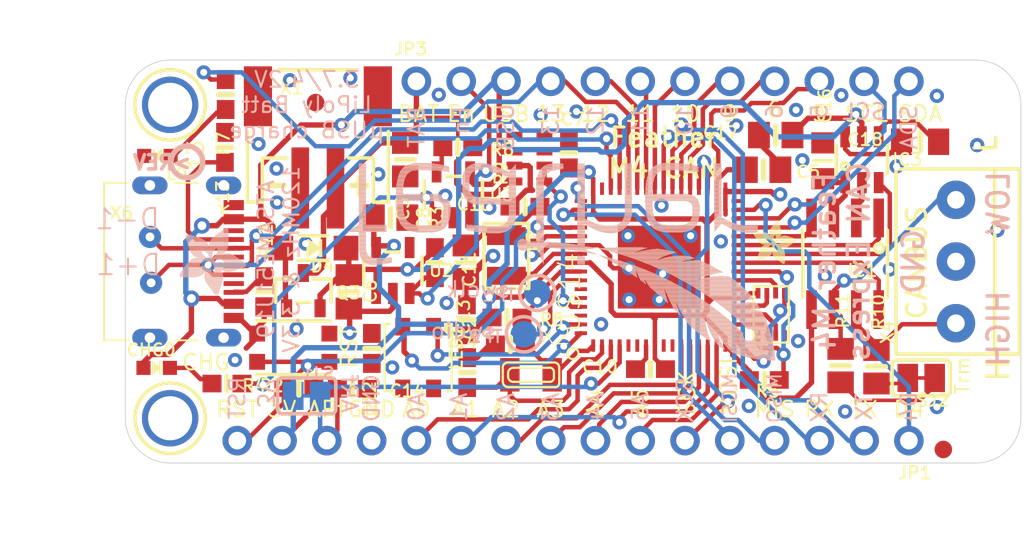
<source format=kicad_pcb>
(kicad_pcb (version 20211014) (generator pcbnew)
  (layers (0 "F.Cu" signal) (31 "B.Cu" signal) (34 "B.Paste" user) (35 "F.Paste" user) (36 "B.SilkS" user "B.Silkscreen") (37 "F.SilkS" user "F.Silkscreen") (38 "B.Mask" user) (39 "F.Mask" user) (44 "Edge.Cuts" user))
  (net 0 "")
  (net 1 "GND")
  (net 2 "MOSI")
  (net 3 "MISO")
  (net 4 "SCK")
  (net 5 "A5")
  (net 6 "A4")
  (net 7 "A3")
  (net 8 "A2")
  (net 9 "A1")
  (net 10 "D11")
  (net 11 "D12")
  (net 12 "+3V3")
  (net 13 "VBUS")
  (net 14 "VBAT")
  (net 15 "N$2")
  (net 16 "AREF")
  (net 17 "D13")
  (net 18 "A0")
  (net 19 "N$1")
  (net 20 "N$3")
  (net 21 "N$4")
  (net 22 "SCL")
  (net 23 "SDA")
  (net 24 "D9")
  (net 25 "D8_NEOPIX")
  (net 26 "D6")
  (net 27 "D5")
  (net 28 "D10")
  (net 29 "D+")
  (net 30 "D-")
  (net 31 "~{RESET}")
  (net 32 "SWCLK")
  (net 33 "SWDIO")
  (net 34 "N$7")
  (net 35 "EN")
  (net 36 "VHI")
  (net 37 "QSPI_DATA[0]")
  (net 38 "QSPI_DATA[1]")
  (net 39 "QSPI_SCK")
  (net 40 "QSPI_CS")
  (net 41 "RX_D0")
  (net 42 "TX_D1")
  (net 43 "V_DIV")
  (net 44 "QSPI_DATA[3]")
  (net 45 "QSPI_DATA[2]")
  (net 46 "VDDCORE1")
  (net 47 "N$11")
  (net 48 "D4")
  (net 49 "CAN1_TX")
  (net 50 "CAN1_RX")
  (net 51 "CAN1_S")
  (net 52 "N$8")
  (net 53 "N$9")
  (net 54 "5.0V")
  (net 55 "CAN_H")
  (net 56 "CAN_L")
  (net 57 "N$13")
  (net 58 "N$6")
  (net 59 "CC1")
  (net 60 "CC2")
  (net 61 "N$10")
  (net 62 "NEO_PWR")
  (net 63 "BOOST_EN")
  (footprint "Adafruit Feather M4 Express CAN:0603-NO" (layer "F.Cu") (at 132.9436 112.1791 180)
    (fp_text reference "R4")
    (fp_text value "10K")
  )
  (footprint "Adafruit Feather M4 Express CAN:JSTPH2_BATT" (layer "F.Cu") (at 134.0231 97.1296)
    (fp_text reference "X1")
    (fp_text value "JSTPH")
  )
  (footprint "Adafruit Feather M4 Express CAN:SOLDERJUMPER_CLOSEDWIRE" (layer "F.Cu") (at 168.2496 111.6076 180)
    (fp_text reference "SJ2")
    (fp_text value "")
  )
  (footprint "Adafruit Feather M4 Express CAN:0805-NO" (layer "F.Cu") (at 163.6776 110.9091 90)
    (fp_text reference "R11")
    (fp_text value "60 ohm")
  )
  (footprint "Adafruit Feather M4 Express CAN:TERMBLOCK_1X3-3.5MM" (layer "F.Cu") (at 170.2181 105.0036 90)
    (fp_text reference "X4")
    (fp_text value "3.5mm")
  )
  (footprint "Adafruit Feather M4 Express CAN:0603-NO" (layer "F.Cu") (at 142.4813 108.3056 90)
    (fp_text reference "C11")
    (fp_text value "1uF")
  )
  (footprint "Adafruit Feather M4 Express CAN:SOIC8_150MIL" (layer "F.Cu") (at 163.9316 105.1306 180)
    (fp_text reference "IC1")
    (fp_text value "TCAN1051HGV")
  )
  (footprint "Adafruit Feather M4 Express CAN:0603-NO" (layer "F.Cu") (at 137.0838 109.9312 -90)
    (fp_text reference "C12")
    (fp_text value "1uF")
  )
  (footprint "Adafruit Feather M4 Express CAN:MOUNTINGHOLE_2.5_PLATED" (layer "F.Cu") (at 125.6411 96.1136 -90)
    (fp_text reference "U$31" hide)
    (fp_text value "MOUNTINGHOLE2.5" hide)
  )
  (footprint "Adafruit Feather M4 Express CAN:0805-NO" (layer "F.Cu") (at 138.9761 99.2251 -90)
    (fp_text reference "C3")
    (fp_text value "10µF")
  )
  (footprint "Adafruit Feather M4 Express CAN:SOT23-5@1" (layer "F.Cu") (at 138.2776 105.5116)
    (fp_text reference "U2")
    (fp_text value "AP2112-3.3")
  )
  (footprint "Adafruit Feather M4 Express CAN:BTN_KMR2_4.6X2.8" (layer "F.Cu") (at 132.6261 109.8931 180)
    (fp_text reference "SW1" hide)
    (fp_text value "KMR2" hide)
  )
  (footprint "Adafruit Feather M4 Express CAN:0603-NO" (layer "F.Cu") (at 144.7546 108.1786)
    (fp_text reference "R6")
    (fp_text value "10K")
  )
  (footprint "Adafruit Feather M4 Express CAN:0805-NO" (layer "F.Cu") (at 159.9946 97.8281 180)
    (fp_text reference "C17")
    (fp_text value "10uF")
  )
  (footprint "Adafruit Feather M4 Express CAN:0603-NO" (layer "F.Cu") (at 159.3469 111.7219 180)
    (fp_text reference "R5")
    (fp_text value "10K")
  )
  (footprint "Adafruit Feather M4 Express CAN:FIDUCIAL_1MM" (layer "F.Cu") (at 133.8961 95.9866 -90)
    (fp_text reference "U$34" hide)
    (fp_text value "FIDUCIAL_1MM" hide)
  )
  (footprint "Adafruit Feather M4 Express CAN:0603-NO" (layer "F.Cu") (at 140.6652 105.0671 90)
    (fp_text reference "R3")
    (fp_text value "10K")
  )
  (footprint "Adafruit Feather M4 Express CAN:0805-NO" (layer "F.Cu") (at 165.7096 110.9726 90)
    (fp_text reference "R10")
    (fp_text value "60 ohm")
  )
  (footprint "Adafruit Feather M4 Express CAN:ADAFRUIT_2.5MM" (layer "F.Cu") (at 158.7246 105.1306)
    (fp_text reference "U$1" hide)
    (fp_text value "" hide)
  )
  (footprint "Adafruit Feather M4 Express CAN:SOT23-6" (layer "F.Cu") (at 164.8841 99.2251)
    (fp_text reference "IC3")
    (fp_text value "AP3602")
  )
  (footprint "Adafruit Feather M4 Express CAN:0805-NO" (layer "F.Cu") (at 135.7776 106.7231 -90)
    (fp_text reference "C6")
    (fp_text value "10µF")
  )
  (footprint "Adafruit Feather M4 Express CAN:0805_10MGAP" (layer "F.Cu") (at 168.1861 98.2091 180)
    (fp_text reference "C18")
    (fp_text value "1uF")
  )
  (footprint "Adafruit Feather M4 Express CAN:RESPACK_4X0603_NO" (layer "F.Cu") (at 146.0246 99.1616 90)
    (fp_text reference "R9")
    (fp_text value "100K")
  )
  (footprint "Adafruit Feather M4 Express CAN:1X16_ROUND" (layer "F.Cu") (at 148.5011 115.1636 180)
    (fp_text reference "JP1")
    (fp_text value "")
  )
  (footprint "Adafruit Feather M4 Express CAN:0603-NO" (layer "F.Cu") (at 130.9751 106.7181 90)
    (fp_text reference "R12")
    (fp_text value "5.1K")
  )
  (footprint "Adafruit Feather M4 Express CAN:1X12_ROUND" (layer "F.Cu") (at 153.5811 94.7801)
    (fp_text reference "JP3")
    (fp_text value "")
  )
  (footprint "Adafruit Feather M4 Express CAN:SOD-123" (layer "F.Cu") (at 133.7691 104.2416 180)
    (fp_text reference "D4")
    (fp_text value "MBR540")
  )
  (footprint "Adafruit Feather M4 Express CAN:0603-NO" (layer "F.Cu") (at 144.9451 109.7026 180)
    (fp_text reference "C4")
    (fp_text value "22pF")
  )
  (footprint "Adafruit Feather M4 Express CAN:0805-NO" (layer "F.Cu") (at 142.4178 105.0417 -90)
    (fp_text reference "C13")
    (fp_text value "10uF")
  )
  (footprint "Adafruit Feather M4 Express CAN:_0805MP" (layer "F.Cu") (at 162.6616 99.2886 90)
    (fp_text reference "C16")
    (fp_text value "10uF")
  )
  (footprint "Adafruit Feather M4 Express CAN:0603-NO" (layer "F.Cu") (at 152.890306 111.107304 180)
    (fp_text reference "C10")
    (fp_text value "1uF")
  )
  (footprint "Adafruit Feather M4 Express CAN:0603-NO" (layer "F.Cu") (at 128.7526 98.5266 -90)
    (fp_text reference "R13")
    (fp_text value "5.1K")
  )
  (footprint "Adafruit Feather M4 Express CAN:0603-NO" (layer "F.Cu") (at 145.7706 101.8921 180)
    (fp_text reference "C15")
    (fp_text value "1uF")
  )
  (footprint "Adafruit Feather M4 Express CAN:SOT23-5" (layer "F.Cu") (at 141.7066 101.219)
    (fp_text reference "U3")
    (fp_text value "MCP73831T-2ACI/OT")
  )
  (footprint "Adafruit Feather M4 Express CAN:MOUNTINGHOLE_2.5_PLATED" (layer "F.Cu") (at 125.6411 113.8936 -90)
    (fp_text reference "U$32" hide)
    (fp_text value "MOUNTINGHOLE2.5" hide)
  )
  (footprint "" (layer "F.Cu") (at 171.3611 96.1136)
    (fp_text reference "@HOLE0" hide)
    (fp_text value "")
  )
  (footprint "Adafruit Feather M4 Express CAN:CHIPLED_0603_NOOUTLINE" (layer "F.Cu") (at 124.9206 99.0111 90)
    (fp_text reference "L0")
    (fp_text value "RED")
  )
  (footprint "Adafruit Feather M4 Express CAN:0805-NO" (layer "F.Cu") (at 138.1471 102.5121)
    (fp_text reference "C8")
    (fp_text value "10µF")
  )
  (footprint "Adafruit Feather M4 Express CAN:LED3535" (layer "F.Cu") (at 139.7127 110.4519 -90)
    (fp_text reference "LED1")
    (fp_text value "WS2812B3535")
  )
  (footprint "Adafruit Feather M4 Express CAN:0603-NO" (layer "F.Cu") (at 141.9606 98.5266)
    (fp_text reference "R8")
    (fp_text value "5.1K")
  )
  (footprint "Adafruit Feather M4 Express CAN:0805-NO" (layer "F.Cu") (at 159.3088 99.7966)
    (fp_text reference "C5")
    (fp_text value "10uF")
  )
  (footprint "Adafruit Feather M4 Express CAN:0603-NO" (layer "F.Cu") (at 128.8669 111.9251)
    (fp_text reference "R2")
    (fp_text value "10K")
  )
  (footprint "Adafruit Feather M4 Express CAN:0603-NO" (layer "F.Cu") (at 142.494 111.3028 90)
    (fp_text reference "C2")
    (fp_text value "22pF")
  )
  (footprint "Adafruit Feather M4 Express CAN:FIDUCIAL_1MM" (layer "F.Cu") (at 169.5033 115.6646 -90)
    (fp_text reference "U$35" hide)
    (fp_text value "FIDUCIAL_1MM" hide)
  )
  (footprint "Adafruit Feather M4 Express CAN:SOT23-R" (layer "F.Cu") (at 133.1976 106.6546)
    (fp_text reference "Q3")
    (fp_text value "DMG341")
  )
  (footprint "Adafruit Feather M4 Express CAN:INDUCTOR_1007" (layer "F.Cu") (at 144.7165 104.6861 -90)
    (fp_text reference "L2")
    (fp_text value "10uH")
  )
  (footprint "Adafruit Feather M4 Express CAN:USB_C_CUSB31-CFM2AX-01-X" (layer "F.Cu") (at 125.7046 105.0036 -90)
    (fp_text reference "X6")
    (fp_text value "USB Type C")
  )
  (footprint "Adafruit Feather M4 Express CAN:USON8" (layer "F.Cu") (at 159.7406 108.0008 90)
    (fp_text reference "U1")
    (fp_text value "2MB Flash")
  )
  (footprint "Adafruit Feather M4 Express CAN:0603-NO" (layer "F.Cu") (at 135.9789 112.216007)
    (fp_text reference "C14")
    (fp_text value "1uF")
  )
  (footprint "Adafruit Feather M4 Express CAN:CHIPLED_0603_NOOUTLINE" (layer "F.Cu") (at 124.8791 111.0361 -90)
    (fp_text reference "CHG0")
    (fp_text value "ORANGE")
  )
  (footprint "Adafruit Feather M4 Express CAN:0603-NO" (layer "F.Cu") (at 128.7907 95.5294 -90)
    (fp_text reference "R7")
    (fp_text value "10K")
  )
  (footprint "Adafruit Feather M4 Express CAN:XTAL3215" (layer "F.Cu") (at 146.1135 111.4298 180)
    (fp_text reference "X2")
    (fp_text value "32.768")
  )
  (footprint "Adafruit Feather M4 Express CAN:0603-NO" (layer "F.Cu") (at 148.2641 98.8439 90)
    (fp_text reference "C7")
    (fp_text value "1uF")
  )
  (footprint "" (layer "F.Cu") (at 171.3611 113.8936)
    (fp_text reference "@HOLE1" hide)
    (fp_text value "")
  )
  (footprint "Adafruit Feather M4 Express CAN:PQFN64-1" (layer "F.Cu") (at 153.3906 105.3211 90)
    (fp_text reference "U$14")
    (fp_text value "ATSAMD51J")
  )
  (footprint "Adafruit Feather M4 Express CAN:TESTPOINT_ROUND_1.5MM" (layer "B.Cu") (at 145.7071 109.1311 180)
    (fp_text reference "TP2")
    (fp_text value "")
  )
  (footprint "Adafruit Feather M4 Express CAN:TESTPOINT_ROUND_1.5MM" (layer "B.Cu") (at 146.4691 106.7816 180)
    (fp_text reference "TP1")
    (fp_text value "")
  )
  (footprint "Adafruit Feather M4 Express CAN:B1,27" (layer "B.Cu") (at 124.5616 106.2101 180)
    (fp_text reference "D+1")
    (fp_text value "TPB1,27")
  )
  (footprint "Adafruit Feather M4 Express CAN:B1,27" (layer "B.Cu") (at 124.4981 103.6066 180)
    (fp_text reference "D-1")
    (fp_text value "TPB1,27")
  )
  (footprint "Adafruit Feather M4 Express CAN:FEATHERLOGO" (layer "B.Cu") (at 135.6741 99.3521)
    (fp_text reference "U$9" hide)
    (fp_text value "" hide)
  )
  (footprint "Adafruit Feather M4 Express CAN:ADAFRUIT_3.5MM" (layer "B.Cu") (at 126.1491 103.0986)
    (fp_text reference "U$12" hide)
    (fp_text value "" hide)
  )
  (footprint "Adafruit Feather M4 Express CAN:PCBFEAT-REV-040" (layer "B.Cu") (at 126.5936 99.3521 180)
    (fp_text reference "U$13" hide)
    (fp_text value "" hide)
  )
  (footprint "Adafruit Feather M4 Express CAN:SOLDERJUMPER_CLOSEDWIRE" (layer "B.Cu") (at 133.3881 112.6236 180)
    (fp_text reference "SJ1")
    (fp_text value "")
  )
  (gr_line (start 123.1011 96.1136) (end 123.1011 113.8936) (layer "Edge.Cuts") (width 0.05))
  (gr_line (start 173.9011 113.8936) (end 173.9011 96.1136) (layer "Edge.Cuts") (width 0.05))
  (gr_arc (start 125.6411 116.4336) (mid 123.845049 115.689651) (end 123.1011 113.8936) (layer "Edge.Cuts") (width 0.05))
  (gr_line (start 125.6411 116.4336) (end 171.3611 116.4336) (layer "Edge.Cuts") (width 0.05))
  (gr_line (start 171.3611 93.5736) (end 125.6411 93.5736) (layer "Edge.Cuts") (width 0.05))
  (gr_arc (start 171.3611 93.5736) (mid 173.157151 94.317549) (end 173.9011 96.1136) (layer "Edge.Cuts") (width 0.05))
  (gr_arc (start 123.1011 96.1136) (mid 123.845049 94.317549) (end 125.6411 93.5736) (layer "Edge.Cuts") (width 0.05))
  (gr_arc (start 173.9011 113.8936) (mid 173.157151 115.689651) (end 171.3611 116.4336) (layer "Edge.Cuts") (width 0.05))
  (gr_text "MOSI" (at 157.3911 112.7506 -270) (layer "B.SilkS") (effects (font (size 0.78232 0.78232) (thickness 0.10668)) (justify mirror)))
  (gr_text "3V" (at 131.0386 112.4966 -90) (layer "B.SilkS") (effects (font (size 0.89408 0.89408) (thickness 0.12192)) (justify mirror)))
  (gr_text "11" (at 152.3111 97.0026 -270) (layer "B.SilkS") (effects (font (size 0.89408 0.89408) (thickness 0.12192)) (justify mirror)))
  (gr_text "SDA" (at 167.5511 97.3836 -270) (layer "B.SilkS") (effects (font (size 0.89408 0.89408) (thickness 0.12192)) (justify mirror)))
  (gr_text "A1" (at 142.0241 113.2586 -270) (layer "B.SilkS") (effects (font (size 0.89408 0.89408) (thickness 0.12192)) (justify mirror)))
  (gr_text "ATSAME51J19\n120MHz & 3.3V" (at 131.8006 104.8766 -270) (layer "B.SilkS") (effects (font (size 0.89408 0.89408) (thickness 0.12192)) (justify mirror)))
  (gr_text "RX" (at 162.4711 113.2586 -270) (layer "B.SilkS") (effects (font (size 0.89408 0.89408) (thickness 0.12192)) (justify mirror)))
  (gr_text "GND" (at 137.0711 112.7506 -270) (layer "B.SilkS") (effects (font (size 0.89408 0.89408) (thickness 0.12192)) (justify mirror)))
  (gr_text "En" (at 142.1511 97.0026 -270) (layer "B.SilkS") (effects (font (size 0.89408 0.89408) (thickness 0.12192)) (justify mirror)))
  (gr_text "3.7/4.2V\nLiPoly Batt\nµUSB charge" (at 133.3881 96.1136) (layer "B.SilkS") (effects (font (size 0.89408 0.89408) (thickness 0.12192)) (justify mirror)))
  (gr_text "LOW" (at 172.6311 101.7016 -270) (layer "B.SilkS") (effects (font (size 1.20142 1.20142) (thickness 0.19558)) (justify mirror)))
  (gr_text "12" (at 149.7711 97.0026 -270) (layer "B.SilkS") (effects (font (size 0.89408 0.89408) (thickness 0.12192)) (justify mirror)))
  (gr_text "9" (at 157.3911 96.4946 -270) (layer "B.SilkS") (effects (font (size 0.89408 0.89408) (thickness 0.12192)) (justify mirror)))
  (gr_text "13" (at 147.2311 97.0026 -270) (layer "B.SilkS") (effects (font (size 0.89408 0.89408) (thickness 0.12192)) (justify mirror)))
  (gr_text "A2" (at 144.6911 113.2586 -270) (layer "B.SilkS") (effects (font (size 0.89408 0.89408) (thickness 0.12192)) (justify mirror)))
  (gr_text "USB" (at 144.6911 97.3836 -270) (layer "B.SilkS") (effects (font (size 0.89408 0.89408) (thickness 0.12192)) (justify mirror)))
  (gr_text "A5" (at 152.3111 113.2586 -270) (layer "B.SilkS") (effects (font (size 0.89408 0.89408) (thickness 0.12192)) (justify mirror)))
  (gr_text "A3" (at 147.2311 113.2586 -270) (layer "B.SilkS") (effects (font (size 0.89408 0.89408) (thickness 0.12192)) (justify mirror)))
  (gr_text "swdio" (at 142.2781 108.9406) (layer "B.SilkS") (effects (font (size 0.89408 0.89408) (thickness 0.12192)) (justify mirror)))
  (gr_text "MISO" (at 159.9311 112.7506 -270) (layer "B.SilkS") (effects (font (size 0.78232 0.78232) (thickness 0.10668)) (justify mirror)))
  (gr_text "BAT" (at 139.6111 97.3836 -270) (layer "B.SilkS") (effects (font (size 0.89408 0.89408) (thickness 0.12192)) (justify mirror)))
  (gr_text "6" (at 159.9311 96.4946 -270) (layer "B.SilkS") (effects (font (size 0.89408 0.89408) (thickness 0.12192)) (justify mirror)))
  (gr_text "Feather M4\nCAN Express" (at 163.7411 105.0036 -270) (layer "B.SilkS") (effects (font (size 1.20142 1.20142) (thickness 0.19558)) (justify mirror)))
  (gr_text "SCL" (at 165.0111 96.4946) (layer "B.SilkS") (effects (font (size 0.89408 0.89408) (thickness 0.12192)) (justify mirror)))
  (gr_text "5" (at 162.4711 96.4946 -270) (layer "B.SilkS") (effects (font (size 0.89408 0.89408) (thickness 0.12192)) (justify mirror)))
  (gr_text "A4" (at 149.7711 113.2586 -270) (layer "B.SilkS") (effects (font (size 0.89408 0.89408) (thickness 0.12192)) (justify mirror)))
  (gr_text "A0" (at 139.6111 113.2586 -270) (layer "B.SilkS") (effects (font (size 0.89408 0.89408) (thickness 0.12192)) (justify mirror)))
  (gr_text "GND" (at 167.8051 105.0036 -270) (layer "B.SilkS") (effects (font (size 1.20142 1.20142) (thickness 0.19558)) (justify mirror)))
  (gr_text "RST" (at 129.4511 112.7506 -270) (layer "B.SilkS") (effects (font (size 0.89408 0.89408) (thickness 0.12192)) (justify mirror)))
  (gr_text "10" (at 154.8511 97.0026 -270) (layer "B.SilkS") (effects (font (size 0.89408 0.89408) (thickness 0.12192)) (justify mirror)))
  (gr_text "HIGH" (at 172.6311 108.8136 -270) (layer "B.SilkS") (effects (font (size 1.20142 1.20142) (thickness 0.19558)) (justify mirror)))
  (gr_text "ARf" (at 135.8011 112.4966 -90) (layer "B.SilkS") (effects (font (size 0.89408 0.89408) (thickness 0.12192)) (justify mirror)))
  (gr_text "SCK" (at 154.8511 112.8776 -270) (layer "B.SilkS") (effects (font (size 0.89408 0.89408) (thickness 0.12192)) (justify mirror)))
  (gr_text "swclk" (at 143.1036 106.5911) (layer "B.SilkS") (effects (font (size 0.89408 0.89408) (thickness 0.12192)) (justify mirror)))
  (gr_text "D4" (at 167.5511 113.2586 -270) (layer "B.SilkS") (effects (font (size 0.89408 0.89408) (thickness 0.12192)) (justify mirror)))
  (gr_text "TX" (at 165.0111 113.2586 -270) (layer "B.SilkS") (effects (font (size 0.89408 0.89408) (thickness 0.12192)) (justify mirror)))
  (gr_text "A3" (at 147.2311 113.3856) (layer "F.SilkS") (effects (font (size 0.89408 0.89408) (thickness 0.12192))))
  (gr_text "A4" (at 149.7711 113.0046 90) (layer "F.SilkS") (effects (font (size 0.89408 0.89408) (thickness 0.12192))))
  (gr_text "13" (at 127.1016 98.9711 90) (layer "F.SilkS") (effects (font (size 0.89408 0.89408) (thickness 0.12192))))
  (gr_text "RX" (at 162.4711 113.3856) (layer "F.SilkS") (effects (font (size 0.89408 0.89408) (thickness 0.12192))))
  (gr_text "SDA" (at 168.1861 96.6216) (layer "F.SilkS") (effects (font (size 0.89408 0.89408) (thickness 0.12192))))
  (gr_text "MOSI" (at 157.3276 112.0521 90) (layer "F.SilkS") (effects (font (size 0.89408 0.89408) (thickness 0.12192))))
  (gr_text "Feather\nM4 CAN" (at 153.6446 98.8441) (layer "F.SilkS") (effects (font (size 1.0922 1.0922) (thickness 0.1778))))
  (gr_text "Trm" (at 170.5991 111.4806 90) (layer "F.SilkS") (effects (font (size 0.78232 0.78232) (thickness 0.10668))))
  (gr_text "CHG" (at 127.6731 110.7186) (layer "F.SilkS") (effects (font (size 0.89408 0.89408) (thickness 0.12192))))
  (gr_text "TX" (at 165.0111 113.3856) (layer "F.SilkS") (effects (font (size 0.89408 0.89408) (thickness 0.12192))))
  (gr_text "D4" (at 167.5511 113.3856) (layer "F.SilkS") (effects (font (size 0.89408 0.89408) (thickness 0.12192))))
  (gr_text "A0" (at 139.6111 113.3856) (layer "F.SilkS") (effects (font (size 0.89408 0.89408) (thickness 0.12192))))
  (gr_text "H" (at 173.3296 111.9251 90) (layer "F.SilkS") (effects (font (size 1.223264 1.223264) (thickness 0.199136)) (justify left bottom)))
  (gr_text "CANBUS" (at 167.9956 105.0671 90) (layer "F.SilkS") (effects (font (size 1.0922 1.0922) (thickness 0.1778))))
  (gr_text "RST" (at 135.8011 109.855 90) (layer "F.SilkS") (effects (font (size 0.89408 0.89408) (thickness 0.12192))))
  (gr_text "6" (at 159.9311 96.3676) (layer "F.SilkS") (effects (font (size 0.89408 0.89408) (thickness 0.12192))))
  (gr_text "En" (at 142.1511 96.6216) (layer "F.SilkS") (effects (font (size 0.89408 0.89408) (thickness 0.12192))))
  (gr_text "GND" (at 137.0711 113.3856) (layer "F.SilkS") (effects (font (size 0.89408 0.89408) (thickness 0.12192))))
  (gr_text "3V" (at 131.9911 113.3856) (layer "F.SilkS") (effects (font (size 0.89408 0.89408) (thickness 0.12192))))
  (gr_text "A2" (at 144.6911 113.3856) (layer "F.SilkS") (effects (font (size 0.89408 0.89408) (thickness 0.12192))))
  (gr_text "9" (at 157.3911 96.6216) (layer "F.SilkS") (effects (font (size 0.89408 0.89408) (thickness 0.12192))))
  (gr_text "SCK" (at 154.9781 112.4966 90) (layer "F.SilkS") (effects (font (size 0.89408 0.89408) (thickness 0.12192))))
  (gr_text "RST" (at 129.4511 113.3856) (layer "F.SilkS") (effects (font (size 0.89408 0.89408) (thickness 0.12192))))
  (gr_text "A5" (at 152.3111 113.0046 90) (layer "F.SilkS") (effects (font (size 0.89408 0.89408) (thickness 0.12192))))
  (gr_text "12" (at 149.7711 96.6216) (layer "F.SilkS") (effects (font (size 0.89408 0.89408) (thickness 0.12192))))
  (gr_text "SCL" (at 165.1381 96.6216) (layer "F.SilkS") (effects (font (size 0.89408 0.89408) (thickness 0.12192))))
  (gr_text "10" (at 154.8511 96.6216) (layer "F.SilkS") (effects (font (size 0.89408 0.89408) (thickness 0.12192))))
  (gr_text "MIS" (at 159.9311 113.3856) (layer "F.SilkS") (effects (font (size 0.89408 0.89408) (thickness 0.12192))))
  (gr_text "13" (at 147.2311 96.6216) (layer "F.SilkS") (effects (font (size 0.89408 0.89408) (thickness 0.12192))))
  (gr_text "A1" (at 142.4051 113.3856) (layer "F.SilkS") (effects (font (size 0.89408 0.89408) (thickness 0.12192))))
  (gr_text "11" (at 152.3111 96.6216) (layer "F.SilkS") (effects (font (size 0.89408 0.89408) (thickness 0.12192))))
  (gr_text "USB" (at 144.6911 96.6216) (layer "F.SilkS") (effects (font (size 0.89408 0.89408) (thickness 0.12192))))
  (gr_text "ARf" (at 134.5311 113.3856) (layer "F.SilkS") (effects (font (size 0.89408 0.89408) (thickness 0.12192))))
  (gr_text "BAT" (at 139.7381 96.6216) (layer "F.SilkS") (effects (font (size 0.89408 0.89408) (thickness 0.12192))))
  (gr_text "L" (at 172.6311 98.9711 90) (layer "F.SilkS") (effects (font (size 1.223264 1.223264) (thickness 0.199136)) (justify left bottom)))
  (gr_text "5" (at 162.4711 96.6216) (layer "F.SilkS") (effects (font (size 0.89408 0.89408) (thickness 0.12192))))
  (segment (start 157.1406 102.060982) (end 157.1486 102.068982) (width 0.254) (layer "F.Cu") (net 1))
  (segment (start 159.737406 101.036) (end 157.3055 101.036) (width 0.3048) (layer "F.Cu") (net 1))
  (segment (start 143.9672 104.6861) (end 143.7132 104.6861) (width 0.3048) (layer "F.Cu") (net 1))
  (segment (start 143.1798 105.4075) (end 142.5956 105.9917) (width 0.3048) (layer "F.Cu") (net 1))
  (segment (start 142.4178 105.9917) (end 142.4178 107.3921) (width 0.3048) (layer "F.Cu") (net 1))
  (segment (start 146.194903 100.959797) (end 146.069 100.833894) (width 0.3048) (layer "F.Cu") (net 1))
  (segment (start 157.1406 100.8711) (end 157.3055 101.036) (width 0.2032) (layer "F.Cu") (net 1))
  (segment (start 130.4136 108.9306) (end 130.5761 109.0931) (width 0.3048) (layer "F.Cu") (net 1))
  (segment (start 159.737406 101.036) (end 159.895006 101.1936) (width 0.3048) (layer "F.Cu") (net 1))
  (segment (start 142.494 110.4528) (end 143.0519 110.4528) (width 0.3048) (layer "F.Cu") (net 1))
  (segment (start 129.5596 108.2036) (end 130.3501 108.9941) (width 0.3048) (layer "F.Cu") (net 1))
  (segment (start 150.7871 105.3846) (end 151.6761 105.3846) (width 0.254) (layer "F.Cu") (net 1))
  (segment (start 138.2776 107.6372) (end 138.0871 107.8277) (width 0.3048) (layer "F.Cu") (net 1))
  (segment (start 152.6406 110.50701) (end 152.040306 111.107304) (width 0.254) (layer "F.Cu") (net 1))
  (segment (start 135.8265 109.0422) (end 135.8265 107.8992) (width 0.3048) (layer "F.Cu") (net 1))
  (segment (start 157.1406 100.8711) (end 157.1406 102.060982) (width 0.254) (layer "F.Cu") (net 1))
  (segment (start 159.0446 98.2726) (end 159.0446 97.8281) (width 0.3048) (layer "F.Cu") (net 1))
  (segment (start 146.6215 104.6226) (end 147.1676 104.0765) (width 0.254) (layer "F.Cu") (net 1))
  (segment (start 147.1676 104.0765) (end 149.987 104.0765) (width 0.254) (layer "F.Cu") (net 1))
  (segment (start 143.0519 110.4528) (end 143.8021 109.7026) (width 0.3048) (layer "F.Cu") (net 1))
  (segment (start 142.4813 107.4556) (end 142.4178 107.3921) (width 0.3048) (layer "F.Cu") (net 1))
  (segment (start 146.1516 104.6226) (end 146.6215 104.6226) (width 0.254) (layer "F.Cu") (net 1))
  (segment (start 143.7132 104.6861) (end 143.1798 105.2195) (width 0.3048) (layer "F.Cu") (net 1))
  (segment (start 143.1798 105.2195) (end 143.1798 105.4075) (width 0.3048) (layer "F.Cu") (net 1))
  (segment (start 164.5666 101.8286) (end 164.5666 102.5306) (width 0.3048) (layer "F.Cu") (net 1))
  (segment (start 130.9751 107.5681) (end 130.9751 108.3691) (width 0.3048) (layer "F.Cu") (net 1))
  (segment (start 138.2776 106.8117) (end 138.2776 107.6372) (width 0.3048) (layer "F.Cu") (net 1))
  (segment (start 159.895006 101.1936) (end 160.2486 101.1936) (width 0.3048) (layer "F.Cu") (net 1))
  (segment (start 146.069 100.833894) (end 146.069 99.6696) (width 0.3048) (layer "F.Cu") (net 1))
  (segment (start 129.2496 108.2036) (end 129.5596 108.2036) (width 0.3048) (layer "F.Cu") (net 1))
  (segment (start 130.5761 109.2959) (end 129.9591 109.9129) (width 0.3048) (layer "F.Cu") (net 1))
  (segment (start 160.2588 99.4868) (end 159.0446 98.2726) (width 0.3048) (layer "F.Cu") (net 1))
  (segment (start 157.1486 102.068982) (end 157.1486 102.3366) (width 0.254) (layer "F.Cu") (net 1))
  (segment (start 130.4136 108.9306) (end 130.3501 108.9941) (width 0.3048) (layer "F.Cu") (net 1))
  (segment (start 145.961 99.5616) (end 145.1746 99.5616) (width 0.3048) (layer "F.Cu") (net 1))
  (segment (start 142.5956 105.9917) (end 142.4178 105.9917) (width 0.3048) (layer "F.Cu") (net 1))
  (segment (start 146.069 99.6696) (end 145.961 99.5616) (width 0.3048) (layer "F.Cu") (net 1))
  (segment (start 144.9206 101.8921) (end 145.7705 101.0422) (width 0.3048) (layer "F.Cu") (net 1))
  (segment (start 152.6406 109.7711) (end 152.6406 110.50701) (width 0.254) (layer "F.Cu") (net 1))
  (segment (start 145.7705 101.0422) (end 145.771893 101.0422) (width 0.3048) (layer "F.Cu") (net 1))
  (segment (start 150.5966 105.1941) (end 150.7871 105.3846) (width 0.254) (layer "F.Cu") (net 1))
  (segment (start 164.8841 100.5251) (end 164.8841 101.5111) (width 0.3048) (layer "F.Cu") (net 1))
  (segment (start 143.8021 109.7026) (end 144.0951 109.7026) (width 0.3048) (layer "F.Cu") (net 1))
  (segment (start 160.2588 99.7966) (end 160.2588 99.4868) (width 0.3048) (layer "F.Cu") (net 1))
  (segment (start 135.898 107.8277) (end 135.8265 107.8992) (width 0.3048) (layer "F.Cu") (net 1))
  (segment (start 149.987 104.0765) (end 150.5966 104.6861) (width 0.254) (layer "F.Cu") (net 1))
  (segment (start 150.5966 104.6861) (end 150.5966 105.1941) (width 0.254) (layer "F.Cu") (net 1))
  (segment (start 138.0871 107.8277) (end 135.898 107.8277) (width 0.3048) (layer "F.Cu") (net 1))
  (segment (start 130.5761 109.0931) (end 130.5761 109.2959) (width 0.3048) (layer "F.Cu") (net 1))
  (segment (start 145.854296 100.959797) (end 146.194903 100.959797) (width 0.3048) (layer "F.Cu") (net 1))
  (segment (start 164.8841 101.5111) (end 164.5666 101.8286) (width 0.3048) (layer "F.Cu") (net 1))
  (segment (start 145.771893 101.0422) (end 145.854296 100.959797) (width 0.3048) (layer "F.Cu") (net 1))
  (segment (start 130.9751 108.3691) (end 130.4136 108.9306) (width 0.3048) (layer "F.Cu") (net 1))
  (via (at 138.2395 111.0107) (size 0.8001) (drill 0.3937) (layers "F.Cu" "B.Cu") (net 1))
  (via (at 143.9672 104.6861) (size 0.8064) (drill 0.4) (layers "F.Cu" "B.Cu") (net 1))
  (via (at 161.1503 96.4057) (size 0.8064) (drill 0.4) (layers "F.Cu" "B.Cu") (net 1))
  (via (at 169.1386 95.6056) (size 0.8064) (drill 0.4) (layers "F.Cu" "B.Cu") (net 1))
  (via (at 151.6761 107.1626) (size 0.8064) (drill 0.4) (layers "F.Cu" "B.Cu") (net 1))
  (via (at 161.2646 109.5121) (size 0.8064) (drill 0.4) (layers "F.Cu" "B.Cu") (net 1))
  (via (at 158.4706 113.1951) (size 0.8064) (drill 0.4) (layers "F.Cu" "B.Cu") (net 1))
  (via (at 146.6596 96.6851) (size 0.8001) (drill 0.3937) (layers "F.Cu" "B.Cu") (net 1))
  (via (at 135.8646 94.5896) (size 0.8001) (drill 0.3937) (layers "F.Cu" "B.Cu") (net 1))
  (via (at 160.2486 101.1936) (size 0.8064) (drill 0.4) (layers "F.Cu" "B.Cu") (net 1))
  (via (at 169.1386 113.2586) (size 0.8064) (drill 0.4) (layers "F.Cu" "B.Cu") (net 1))
  (via (at 148.6916 96.4946) (size 0.8064) (drill 0.4) (layers "F.Cu" "B.Cu") (net 1))
  (via (at 166.4716 105.4481) (size 0.8064) (drill 0.4) (layers "F.Cu" "B.Cu") (net 1))
  (via (at 163.7157 95.5675) (size 0.8064) (drill 0.4) (layers "F.Cu" "B.Cu") (net 1))
  (via (at 137.4521 100.0506) (size 0.8001) (drill 0.3937) (layers "F.Cu" "B.Cu") (net 1))
  (via (at 133.3246 103.9876) (size 0.8001) (drill 0.3937) (layers "F.Cu" "B.Cu") (net 1))
  (via (at 132.8166 108.8136) (size 0.8001) (drill 0.3937) (layers "F.Cu" "B.Cu") (net 1))
  (via (at 129.3241 110.5916) (size 0.8001) (drill 0.3937) (layers "F.Cu" "B.Cu") (net 1))
  (via (at 146.1516 104.6226) (size 0.8064) (drill 0.4) (layers "F.Cu" "B.Cu") (net 1))
  (via (at 150.0886 108.5596) (size 0.8064) (drill 0.4) (layers "F.Cu" "B.Cu") (net 1))
  (via (at 131.6736 99.7331) (size 0.8001) (drill 0.3937) (layers "F.Cu" "B.Cu") (net 1))
  (via (at 140.8811 95.5421) (size 0.8001) (drill 0.3937) (layers "F.Cu" "B.Cu") (net 1))
  (via (at 141.2494 101.2698) (size 0.8001) (drill 0.3937) (layers "F.Cu" "B.Cu") (net 1))
  (via (at 131.7117 101.6508) (size 0.8001) (drill 0.3937) (layers "F.Cu" "B.Cu") (net 1))
  (via (at 153.5176 101.8286) (size 0.8064) (drill 0.4) (layers "F.Cu" "B.Cu") (net 1))
  (via (at 153.5811 105.7021) (size 0.8064) (drill 0.4) (layers "F.Cu" "B.Cu") (net 1))
  (via (at 132.4356 94.7166) (size 0.8001) (drill 0.3937) (layers "F.Cu" "B.Cu") (net 1))
  (via (at 130.6576 98.3361) (size 0.8001) (drill 0.3937) (layers "F.Cu" "B.Cu") (net 1))
  (via (at 143.7513 101.9556) (size 0.8001) (drill 0.3937) (layers "F.Cu" "B.Cu") (net 1))
  (via (at 155.1686 103.5431) (size 0.8064) (drill 0.4) (layers "F.Cu" "B.Cu") (net 1))
  (via (at 151.6126 103.5431) (size 0.8064) (drill 0.4) (layers "F.Cu" "B.Cu") (net 1))
  (via (at 153.3906 107.1626) (size 0.8064) (drill 0.4) (layers "F.Cu" "B.Cu") (net 1))
  (via (at 161.5059 99.2632) (size 0.8064) (drill 0.4) (layers "F.Cu" "B.Cu") (net 1))
  (via (at 163.9316 113.5126) (size 0.8064) (drill 0.4) (layers "F.Cu" "B.Cu") (net 1))
  (via (at 135.8265 109.0422) (size 0.8001) (drill 0.3937) (layers "F.Cu" "B.Cu") (net 1))
  (via (at 171.4246 98.3996) (size 0.8064) (drill 0.4) (layers "F.Cu" "B.Cu") (net 1))
  (via (at 157.7594 97.2947) (size 0.8064) (drill 0.4) (layers "F.Cu" "B.Cu") (net 1))
  (via (at 162.7886 105.8291) (size 0.8064) (drill 0.4) (layers "F.Cu" "B.Cu") (net 1))
  (via (at 151.6761 105.3846) (size 0.8064) (drill 0.4) (layers "F.Cu" "B.Cu") (net 1))
  (via (at 141.3256 107.3531) (size 0.8001) (drill 0.3937) (layers "F.Cu" "B.Cu") (net 1))
  (via (at 172.5676 103.2256) (size 0.8064) (drill 0.4) (layers "F.Cu" "B.Cu") (net 1))
  (via (at 156.8831 103.8606) (size 0.8064) (drill 0.4) (layers "F.Cu" "B.Cu") (net 1))
  (via (at 166.8526 99.6061) (size 0.8064) (drill 0.4) (layers "F.Cu" "B.Cu") (net 1))
  (segment (start 148.238709 102.346016) (end 148.513625 102.0711) (width 0.254) (layer "F.Cu") (net 2))
  (segment (start 148.513625 102.0711) (end 148.9406 102.0711) (width 0.254) (layer "F.Cu") (net 2))
  (segment (start 147.946521 102.346016) (end 148.238709 102.346016) (width 0.254) (layer "F.Cu") (net 2))
  (via (at 147.946521 102.346016) (size 0.8064) (drill 0.4) (layers "F.Cu" "B.Cu") (net 2))
  (segment (start 154.62885 112.193482) (end 154.62885 112.21085) (width 0.254) (layer "B.Cu") (net 2))
  (segment (start 154.597112 112.161744) (end 154.62885 112.193482) (width 0.254) (layer "B.Cu") (net 2))
  (segment (start 152.003015 102.346016) (end 154.597096 104.9401) (width 0.254) (layer "B.Cu") (net 2))
  (segment (start 157.3911 114.9731) (end 157.3911 115.1636) (width 0.254) (layer "B.Cu") (net 2))
  (segment (start 157.3911 114.9731) (end 154.62885 112.21085) (width 0.254) (layer "B.Cu") (net 2))
  (segment (start 154.597112 104.940116) (end 154.597112 112.161744) (width 0.254) (layer "B.Cu") (net 2))
  (segment (start 154.597096 104.9401) (end 154.597112 104.940116) (width 0.254) (layer "B.Cu") (net 2))
  (segment (start 147.946521 102.346016) (end 152.003015 102.346016) (width 0.254) (layer "B.Cu") (net 2))
  (segment (start 148.7551 101.3856) (end 148.7551 100.8378) (width 0.254) (layer "F.Cu") (net 3))
  (segment (start 148.9406 101.5711) (end 148.7551 101.3856) (width 0.254) (layer "F.Cu") (net 3))
  (via (at 148.7551 100.8378) (size 0.8064) (drill 0.4) (layers "F.Cu" "B.Cu") (net 3))
  (segment (start 148.7551 100.8378) (end 148.7551 101.4728) (width 0.254) (layer "B.Cu") (net 3))
  (segment (start 152.202918 101.86341) (end 155.079709 104.740197) (width 0.254) (layer "B.Cu") (net 3))
  (segment (start 155.079709 111.961844) (end 157.113065 113.9952) (width 0.254) (layer "B.Cu") (net 3))
  (segment (start 155.079709 104.740197) (end 155.079709 111.961844) (width 0.254) (layer "B.Cu") (net 3))
  (segment (start 159.043468 115.1636) (end 159.9311 115.1636) (width 0.254) (layer "B.Cu") (net 3))
  (segment (start 157.113065 113.9952) (end 157.875068 113.9952) (width 0.254) (layer "B.Cu") (net 3))
  (segment (start 149.145709 101.86341) (end 152.202918 101.86341) (width 0.254) (layer "B.Cu") (net 3))
  (segment (start 148.7551 101.4728) (end 149.145709 101.86341) (width 0.254) (layer "B.Cu") (net 3))
  (segment (start 157.875068 113.9952) (end 159.043468 115.1636) (width 0.254) (layer "B.Cu") (net 3))
  (segment (start 157.1356 112.9426) (end 154.9146 115.1636) (width 0.254) (layer "F.Cu") (net 4))
  (segment (start 154.8511 115.1636) (end 154.9146 115.1636) (width 0.254) (layer "F.Cu") (net 4))
  (segment (start 155.6406 99.649) (end 155.9375 99.3521) (width 0.254) (layer "F.Cu") (net 4))
  (segment (start 157.1356 112.9426) (end 157.2736 112.9426) (width 0.254) (layer "F.Cu") (net 4))
  (segment (start 155.6406 100.8711) (end 155.6406 99.649) (width 0.254) (layer "F.Cu") (net 4))
  (via (at 157.2736 112.9426) (size 0.8064) (drill 0.4) (layers "F.Cu" "B.Cu") (net 4))
  (via (at 155.9375 99.3521) (size 0.8064) (drill 0.4) (layers "F.Cu" "B.Cu") (net 4))
  (segment (start 156.105106 104.257594) (end 155.562312 104.800388) (width 0.254) (layer "B.Cu") (net 4))
  (segment (start 156.105106 99.519707) (end 156.105106 104.257594) (width 0.254) (layer "B.Cu") (net 4))
  (segment (start 155.562312 111.231313) (end 157.2736 112.9426) (width 0.254) (layer "B.Cu") (net 4))
  (segment (start 155.562312 104.800388) (end 155.562312 111.231313) (width 0.254) (layer "B.Cu") (net 4))
  (segment (start 155.9375 99.3521) (end 156.105106 99.519707) (width 0.254) (layer "B.Cu") (net 4))
  (segment (start 156.6406 112.568482) (end 155.214181 113.9949) (width 0.254) (layer "F.Cu") (net 5))
  (segment (start 156.6406 109.7711) (end 156.6406 112.568482) (width 0.254) (layer "F.Cu") (net 5))
  (segment (start 155.214181 113.9949) (end 153.0096 113.9949) (width 0.254) (layer "F.Cu") (net 5))
  (segment (start 152.3111 114.6934) (end 152.3111 115.1636) (width 0.254) (layer "F.Cu") (net 5))
  (segment (start 153.0096 113.9949) (end 152.3111 114.6934) (width 0.254) (layer "F.Cu") (net 5))
  (segment (start 151.252212 112.9662) (end 149.98535 114.233063) (width 0.254) (layer "F.Cu") (net 6))
  (segment (start 155.6406 109.7711) (end 155.6406 112.139982) (width 0.254) (layer "F.Cu") (net 6))
  (segment (start 149.98535 114.94935) (end 149.7711 115.1636) (width 0.254) (layer "F.Cu") (net 6))
  (segment (start 155.6406 112.139982) (end 154.814381 112.9662) (width 0.254) (layer "F.Cu") (net 6))
  (segment (start 149.98535 114.233063) (end 149.98535 114.94935) (width 0.254) (layer "F.Cu") (net 6))
  (segment (start 154.814381 112.9662) (end 151.252212 112.9662) (width 0.254) (layer "F.Cu") (net 6))
  (segment (start 147.2311 115.1636) (end 147.9931 114.4016) (width 0.254) (layer "F.Cu") (net 7))
  (segment (start 154.614481 112.4836) (end 155.1406 111.957482) (width 0.254) (layer "F.Cu") (net 7))
  (segment (start 148.880731 114.4016) (end 150.798731 112.4836) (width 0.254) (layer "F.Cu") (net 7))
  (segment (start 155.1406 109.7711) (end 155.1406 111.957482) (width 0.254) (layer "F.Cu") (net 7))
  (segment (start 147.9931 114.4016) (end 148.880731 114.4016) (width 0.254) (layer "F.Cu") (net 7))
  (segment (start 150.798731 112.4836) (end 154.614481 112.4836) (width 0.254) (layer "F.Cu") (net 7))
  (segment (start 148.706231 113.8936) (end 146.7866 113.8936) (width 0.254) (layer "F.Cu") (net 8))
  (segment (start 145.5166 115.1636) (end 144.6911 115.1636) (width 0.254) (layer "F.Cu") (net 8))
  (segment (start 154.6406 111.774982) (end 154.414581 112.001) (width 0.254) (layer "F.Cu") (net 8))
  (segment (start 146.7866 113.8936) (end 145.5166 115.1636) (width 0.254) (layer "F.Cu") (net 8))
  (segment (start 154.6406 109.7711) (end 154.6406 111.774982) (width 0.254) (layer "F.Cu") (net 8))
  (segment (start 154.414581 112.001) (end 150.598831 112.001) (width 0.254) (layer "F.Cu") (net 8))
  (segment (start 150.598831 112.001) (end 148.706231 113.8936) (width 0.254) (layer "F.Cu") (net 8))
  (segment (start 156.1406 112.385982) (end 155.014281 113.5123) (width 0.254) (layer "F.Cu") (net 9))
  (segment (start 151.1332 113.912) (end 151.1332 114.124188) (width 0.254) (layer "F.Cu") (net 9))
  (segment (start 151.5329 113.5123) (end 151.1332 113.912) (width 0.254) (layer "F.Cu") (net 9))
  (segment (start 155.014281 113.5123) (end 151.5329 113.5123) (width 0.254) (layer "F.Cu") (net 9))
  (segment (start 156.1406 109.7711) (end 156.1406 112.385982) (width 0.254) (layer "F.Cu") (net 9))
  (via (at 151.1332 114.124188) (size 0.8064) (drill 0.4) (layers "F.Cu" "B.Cu") (net 9))
  (segment (start 142.5321 115.1636) (end 142.1511 115.1636) (width 0.254) (layer "B.Cu") (net 9))
  (segment (start 150.839112 113.8301) (end 151.1332 114.124188) (width 0.254) (layer "B.Cu") (net 9))
  (segment (start 142.5321 115.1636) (end 143.8656 113.8301) (width 0.254) (layer "B.Cu") (net 9))
  (segment (start 143.8656 113.8301) (end 150.839112 113.8301) (width 0.254) (layer "B.Cu") (net 9))
  (segment (start 152.6406 94.9826) (end 152.6406 100.8711) (width 0.254) (layer "F.Cu") (net 10))
  (segment (start 152.3111 94.7801) (end 152.4381 94.7801) (width 0.3048) (layer "F.Cu") (net 10))
  (segment (start 152.4381 94.7801) (end 152.6406 94.9826) (width 0.3048) (layer "F.Cu") (net 10))
  (segment (start 150.6441 94.7801) (end 149.7711 94.7801) (width 0.254) (layer "F.Cu") (net 11))
  (segment (start 152.1406 100.8711) (end 152.1406 96.2766) (width 0.254) (layer "F.Cu") (net 11))
  (segment (start 152.1406 96.2766) (end 150.6441 94.7801) (width 0.254) (layer "F.Cu") (net 11))
  (segment (start 156.0962 107.378) (end 156.0962 107.818394) (width 0.3048) (layer "F.Cu") (net 12))
  (segment (start 149.6406 100.8711) (end 149.6406 101.308207) (width 0.254) (layer "F.Cu") (net 12))
  (segment (start 143.9291 107.0356) (end 143.7386 107.0356) (width 0.3048) (layer "F.Cu") (net 12))
  (segment (start 137.1971 104.081) (end 137.1971 102.5121) (width 0.3048) (layer "F.Cu") (net 12))
  (segment (start 155.862993 108.0516) (end 152.9461 108.0516) (width 0.3048) (layer "F.Cu") (net 12))
  (segment (start 149.6406 100.3011) (end 149.3901 100.0506) (width 0.254) (layer "F.Cu") (net 12))
  (segment (start 143.7386 107.0356) (end 143.7386 108.0126) (width 0.3048) (layer "F.Cu") (net 12))
  (segment (start 153.1406 108.262113) (end 153.148606 108.254107) (width 0.3048) (layer "F.Cu") (net 12))
  (segment (start 137.3276 104.2115) (end 137.4245 104.1146) (width 0.3048) (layer "F.Cu") (net 12))
  (segment (start 162.0266 111.8616) (end 161.1376 112.7506) (width 0.3048) (layer "F.Cu") (net 12))
  (segment (start 161.1376 112.7506) (end 159.3596 112.7506) (width 0.3048) (layer "F.Cu") (net 12))
  (segment (start 158.2851 107.0711) (end 157.8406 107.0711) (width 0.254) (layer "F.Cu") (net 12))
  (segment (start 147.564187 105.0711) (end 145.612387 107.0229) (width 0.254) (layer "F.Cu") (net 12))
  (segment (start 158.3588 99.7966) (end 157.2641 99.7966) (width 0.3048) (layer "F.Cu") (net 12))
  (segment (start 153.1406 109.7711) (end 153.1406 108.262113) (width 0.254) (layer "F.Cu") (net 12))
  (segment (start 156.4031 107.0711) (end 156.0962 107.378) (width 0.3048) (layer "F.Cu") (net 12))
  (segment (start 148.9406 105.0711) (end 147.564187 105.0711) (width 0.254) (layer "F.Cu") (net 12))
  (segment (start 149.3901 100.0506) (end 149.3901 99.9236) (width 0.254) (layer "F.Cu") (net 12))
  (segment (start 143.9046 108.1786) (end 143.7386 108.0126) (width 0.3048) (layer "F.Cu") (net 12))
  (segment (start 149.6406 100.8711) (end 149.6406 100.3011) (width 0.254) (layer "F.Cu") (net 12))
  (segment (start 150.6601 107.7976) (end 150.9141 108.0516) (width 0.3048) (layer "F.Cu") (net 12))
  (segment (start 148.2641 99.6939) (end 148.4938 99.9236) (width 0.3048) (layer "F.Cu") (net 12))
  (segment (start 159.3596 112.7506) (end 158.4969 111.8879) (width 0.3048) (layer "F.Cu") (net 12))
  (segment (start 162.0266 107.7306) (end 162.0266 111.8616) (width 0.3048) (layer "F.Cu") (net 12))
  (segment (start 149.6462 101.313807) (end 149.6462 102.2117) (width 0.254) (layer "F.Cu") (net 12))
  (segment (start 158.4969 111.8879) (end 158.4969 111.7219) (width 0.3048) (layer "F.Cu") (net 12))
  (segment (start 153.1406 109.7711) (end 153.1406 110.507597) (width 0.254) (layer "F.Cu") (net 12))
  (segment (start 157.8406 107.0711) (end 156.4031 107.0711) (width 0.254) (layer "F.Cu") (net 12))
  (segment (start 148.4938 99.9236) (end 149.3901 99.9236) (width 0.3048) (layer "F.Cu") (net 12))
  (segment (start 133.7936 112.1791) (end 133.7936 113.3611) (width 0.3048) (layer "F.Cu") (net 12))
  (segment (start 156.6406 100.8711) (end 156.6406 100.4201) (width 0.254) (layer "F.Cu") (net 12))
  (segment (start 145.612387 107.0229) (end 143.9418 107.0229) (width 0.3048) (layer "F.Cu") (net 12))
  (segment (start 152.9461 108.0516) (end 153.148606 108.254107) (width 0.3048) (layer "F.Cu") (net 12))
  (segment (start 150.0251 102.5906) (end 155.86299 102.5906) (width 0.3048) (layer "F.Cu") (net 12))
  (segment (start 133.7936 113.3611) (end 131.9911 115.1636) (width 0.3048) (layer "F.Cu") (net 12))
  (segment (start 148.9406 105.0711) (end 149.4576 105.0711) (width 0.254) (layer "F.Cu") (net 12))
  (segment (start 149.6406 101.308207) (end 149.6462 101.313807) (width 0.254) (layer "F.Cu") (net 12))
  (segment (start 157.5851 110.302097) (end 157.559696 110.302097) (width 0.3048) (layer "F.Cu") (net 12))
  (segment (start 156.6406 102.279407) (end 156.0962 102.823807) (width 0.3048) (layer "F.Cu") (net 12))
  (segment (start 157.5851 110.2156) (end 157.5851 110.302097) (width 0.254) (layer "F.Cu") (net 12))
  (segment (start 156.6406 100.8711) (end 156.6406 102.279407) (width 0.254) (layer "F.Cu") (net 12))
  (segment (start 149.6462 102.2117) (end 150.0251 102.5906) (width 0.3048) (layer "F.Cu") (net 12))
  (segment (start 156.6406 100.4201) (end 157.2641 99.7966) (width 0.254) (layer "F.Cu") (net 12))
  (segment (start 149.4576 105.0711) (end 150.6601 106.2736) (width 0.3048) (layer "F.Cu") (net 12))
  (segment (start 156.0962 102.823807) (end 156.0962 107.378) (width 0.3048) (layer "F.Cu") (net 12))
  (segment (start 158.9906 106.8008) (end 158.5554 106.8008) (width 0.254) (layer "F.Cu") (net 12))
  (segment (start 158.4969 111.2393) (end 158.4969 111.7219) (width 0.3048) (layer "F.Cu") (net 12))
  (segment (start 158.4969 111.2393) (end 157.559696 110.302097) (width 0.3048) (layer "F.Cu") (net 12))
  (segment (start 156.0962 107.818394) (end 155.862993 108.0516) (width 0.3048) (layer "F.Cu") (net 12))
  (segment (start 143.9046 108.1786) (end 143.5853 108.1786) (width 0.3048) (layer "F.Cu") (net 12))
  (segment (start 153.1406 110.507597) (end 153.740306 111.107304) (width 0.254) (layer "F.Cu") (net 12))
  (segment (start 157.1406 109.329207) (end 155.862993 108.0516) (width 0.254) (layer "F.Cu") (net 12))
  (segment (start 158.5554 106.8008) (end 158.2851 107.0711) (width 0.254) (layer "F.Cu") (net 12))
  (segment (start 150.9141 108.0516) (end 152.9461 108.0516) (width 0.3048) (layer "F.Cu") (net 12))
  (segment (start 157.1406 109.7711) (end 157.5851 110.2156) (width 0.254) (layer "F.Cu") (net 12))
  (segment (start 150.6601 106.2736) (end 150.6601 107.7976) (width 0.3048) (layer "F.Cu") (net 12))
  (segment (start 143.9418 107.0229) (end 143.9291 107.0356) (width 0.3048) (layer "F.Cu") (net 12))
  (segment (start 137.4245 104.1146) (end 138.3411 104.1146) (width 0.3048) (layer "F.Cu") (net 12))
  (segment (start 142.4813 109.1556) (end 142.6083 109.1556) (width 0.3048) (layer "F.Cu") (net 12))
  (segment (start 137.3276 104.2115) (end 137.1971 104.081) (width 0.3048) (layer "F.Cu") (net 12))
  (segment (start 157.1406 109.329207) (end 157.1406 109.7711) (width 0.254) (layer "F.Cu") (net 12))
  (segment (start 143.5853 108.1786) (end 142.6083 109.1556) (width 0.3048) (layer "F.Cu") (net 12))
  (segment (start 155.86299 102.5906) (end 156.0962 102.823807) (width 0.3048) (layer "F.Cu") (net 12))
  (via (at 143.7386 107.0356) (size 0.8001) (drill 0.3937) (layers "F.Cu" "B.Cu") (net 12))
  (via (at 149.3901 99.9236) (size 0.8064) (drill 0.4) (layers "F.Cu" "B.Cu") (net 12))
  (via (at 138.3411 104.1146) (size 0.8001) (drill 0.3937) (layers "F.Cu" "B.Cu") (net 12))
  (segment (start 144.7546 105.1306) (end 143.7386 106.1466) (width 0.3048) (layer "B.Cu") (net 12))
  (segment (start 138.5951 107.6071) (end 138.5951 108.5596) (width 0.3048) (layer "B.Cu") (net 12))
  (segment (start 137.5156 106.5276) (end 138.5951 107.6071) (width 0.3048) (layer "B.Cu") (net 12))
  (segment (start 138.3411 104.1146) (end 137.5156 104.9401) (width 0.3048) (layer "B.Cu") (net 12))
  (segment (start 149.3901 99.9236) (end 149.2631 100.0506) (width 0.3048) (layer "B.Cu") (net 12))
  (segment (start 143.7386 107.0356) (end 143.7386 107.6706) (width 0.3048) (layer "B.Cu") (net 12))
  (segment (start 138.5951 108.7501) (end 137.4521 109.8931) (width 0.3048) (layer "B.Cu") (net 12))
  (segment (start 133.2611 109.8931) (end 137.4521 109.8931) (width 0.3048) (layer "B.Cu") (net 12))
  (segment (start 144.7546 103.299944) (end 144.7546 105.1306) (width 0.3048) (layer "B.Cu") (net 12))
  (segment (start 138.5951 108.5596) (end 138.5951 108.7501) (width 0.3048) (layer "B.Cu") (net 12))
  (segment (start 143.7386 107.0356) (end 143.7386 106.1466) (width 0.3048) (layer "B.Cu") (net 12))
  (segment (start 132.6261 112.6236) (end 132.6261 114.5286) (width 0.3048) (layer "B.Cu") (net 12))
  (segment (start 143.7386 107.6706) (end 142.8496 108.5596) (width 0.3048) (layer "B.Cu") (net 12))
  (segment (start 132.6261 114.5286) (end 131.9911 115.1636) (width 0.3048) (layer "B.Cu") (net 12))
  (segment (start 149.2631 100.0506) (end 148.003943 100.0506) (width 0.3048) (layer "B.Cu") (net 12))
  (segment (start 132.6261 112.6236) (end 132.6261 110.5281) (width 0.3048) (layer "B.Cu") (net 12))
  (segment (start 142.8496 108.5596) (end 138.5951 108.5596) (width 0.3048) (layer "B.Cu") (net 12))
  (segment (start 132.6261 110.5281) (end 133.2611 109.8931) (width 0.3048) (layer "B.Cu") (net 12))
  (segment (start 137.5156 104.9401) (end 137.5156 106.5276) (width 0.3048) (layer "B.Cu") (net 12))
  (segment (start 148.003943 100.0506) (end 144.7546 103.299944) (width 0.3048) (layer "B.Cu") (net 12))
  (segment (start 132.1841 107.5911) (end 132.2476 107.6546) (width 0.254) (layer "F.Cu") (net 13))
  (segment (start 126.8476 109.0041) (end 126.8476 107.0991) (width 0.3048) (layer "F.Cu") (net 13))
  (segment (start 143.8656 100.6221) (end 144.3101 100.1776) (width 0.3048) (layer "F.Cu") (net 13))
  (segment (start 130.7846 99.5426) (end 130.7846 102.6036) (width 0.3048) (layer "F.Cu") (net 13))
  (segment (start 128.290025 102.9702) (end 127.4461 102.9702) (width 0.3048) (layer "F.Cu") (net 13))
  (segment (start 131.4746 103.0003) (end 131.4746 103.7971) (width 0.3048) (layer "F.Cu") (net 13))
  (segment (start 126.8476 109.0041) (end 125.5776 110.2741) (width 0.3048) (layer "F.Cu") (net 13))
  (segment (start 126.8476 107.0991) (end 128.352125 107.0991) (width 0.3048) (layer "F.Cu") (net 13))
  (segment (start 145.1746 98.7616) (end 145.1556 98.7806) (width 0.3048) (layer "F.Cu") (net 13))
  (segment (start 142.6566 100.4015) (end 142.6566 99.9189) (width 0.3048) (layer "F.Cu") (net 13))
  (segment (start 144.3101 95.2881) (end 144.3101 98.7806) (width 0.3048) (layer "F.Cu") (net 13))
  (segment (start 135.3566 97.2566) (end 133.0706 97.2566) (width 0.3048) (layer "F.Cu") (net 13))
  (segment (start 142.8772 100.6221) (end 142.6566 100.4015) (width 0.3048) (layer "F.Cu") (net 13))
  (segment (start 132.1841 104.5066) (end 132.1841 107.5911) (width 0.3048) (layer "F.Cu") (net 13))
  (segment (start 124.5736 110.2741) (end 124.1291 110.7186) (width 0.3048) (layer "F.Cu") (net 13))
  (segment (start 129.2496 102.6036) (end 128.656625 102.6036) (width 0.3048) (layer "F.Cu") (net 13))
  (segment (start 130.7846 102.6036) (end 129.2496 102.6036) (width 0.3048) (layer "F.Cu") (net 13))
  (segment (start 144.6911 94.7801) (end 144.6911 94.9071) (width 0.3048) (layer "F.Cu") (net 13))
  (segment (start 144.6911 94.9071) (end 144.3101 95.2881) (width 0.3048) (layer "F.Cu") (net 13))
  (segment (start 143.8656 100.6221) (end 142.8772 100.6221) (width 0.3048) (layer "F.Cu") (net 13))
  (segment (start 145.1556 98.7806) (end 144.3101 98.7806) (width 0.3048) (layer "F.Cu") (net 13))
  (segment (start 128.656625 102.6036) (end 128.290025 102.9702) (width 0.3048) (layer "F.Cu") (net 13))
  (segment (start 131.0779 102.6036) (end 131.4746 103.0003) (width 0.3048) (layer "F.Cu") (net 13))
  (segment (start 128.656625 107.4036) (end 129.2496 107.4036) (width 0.3048) (layer "F.Cu") (net 13))
  (segment (start 131.9191 104.2416) (end 132.1841 104.5066) (width 0.3048) (layer "F.Cu") (net 13))
  (segment (start 130.7846 102.6036) (end 131.0779 102.6036) (width 0.3048) (layer "F.Cu") (net 13))
  (segment (start 133.0706 97.2566) (end 130.7846 99.5426) (width 0.3048) (layer "F.Cu") (net 13))
  (segment (start 125.5776 110.2741) (end 124.5736 110.2741) (width 0.3048) (layer "F.Cu") (net 13))
  (segment (start 144.3101 100.1776) (end 144.3101 98.7806) (width 0.3048) (layer "F.Cu") (net 13))
  (segment (start 131.4746 103.7971) (end 131.9191 104.2416) (width 0.3048) (layer "F.Cu") (net 13))
  (segment (start 124.1291 111.0361) (end 124.1291 110.7186) (width 0.3048) (layer "F.Cu") (net 13))
  (segment (start 128.656625 107.4036) (end 128.352125 107.0991) (width 0.3048) (layer "F.Cu") (net 13))
  (via (at 126.8476 107.0991) (size 0.9064) (drill 0.5) (layers "F.Cu" "B.Cu") (net 13))
  (via (at 127.4461 102.9702) (size 0.9064) (drill 0.5) (layers "F.Cu" "B.Cu") (net 13))
  (via (at 135.3566 97.2566) (size 0.8001) (drill 0.3937) (layers "F.Cu" "B.Cu") (net 13))
  (segment (start 127.4461 102.9702) (end 126.5301 103.8862) (width 0.3048) (layer "B.Cu") (net 13))
  (segment (start 144.0561 94.7801) (end 144.6911 94.7801) (width 0.3048) (layer "B.Cu") (net 13))
  (segment (start 136.1186 96.4946) (end 135.3566 97.2566) (width 0.3048) (layer "B.Cu") (net 13))
  (segment (start 144.0561 94.7801) (end 142.341596 96.4946) (width 0.3048) (layer "B.Cu") (net 13))
  (segment (start 142.341596 96.4946) (end 136.1186 96.4946) (width 0.3048) (layer "B.Cu") (net 13))
  (segment (start 126.5301 103.8862) (end 126.5301 106.7816) (width 0.3048) (layer "B.Cu") (net 13))
  (segment (start 126.5301 106.7816) (end 126.8476 107.0991) (width 0.3048) (layer "B.Cu") (net 13))
  (segment (start 141.8971 99.3521) (end 141.8971 100.5713) (width 0.3048) (layer "F.Cu") (net 14))
  (segment (start 135.0231 100.8296) (end 135.0231 101.7651) (width 0.3048) (layer "F.Cu") (net 14))
  (segment (start 133.9596 105.6546) (end 134.3406 105.2736) (width 0.3048) (layer "F.Cu") (net 14))
  (segment (start 139.6111 97.0051) (end 139.6111 97.6401) (width 0.3048) (layer "F.Cu") (net 14))
  (segment (start 144.0561 101.1936) (end 144.7881 100.4616) (width 0.3048) (layer "F.Cu") (net 14))
  (segment (start 144.7881 100.4616) (end 145.1746 100.4616) (width 0.3048) (layer "F.Cu") (net 14))
  (segment (start 135.0231 100.8296) (end 137.5776 98.2751) (width 0.3048) (layer "F.Cu") (net 14))
  (segment (start 142.5194 101.1936) (end 142.6591 101.1936) (width 0.3048) (layer "F.Cu") (net 14))
  (segment (start 141.9606 96.8756) (end 141.9606 99.2886) (width 0.2032) (layer "F.Cu") (net 14))
  (segment (start 139.6111 97.0051) (end 139.7406 96.8756) (width 0.3048) (layer "F.Cu") (net 14))
  (segment (start 141.9606 99.2886) (end 141.8971 99.3521) (width 0.3048) (layer "F.Cu") (net 14))
  (segment (start 133.9596 105.6546) (end 133.1976 105.6546) (width 0.3048) (layer "F.Cu") (net 14))
  (segment (start 139.7406 96.8756) (end 141.9606 96.8756) (width 0.3048) (layer "F.Cu") (net 14))
  (segment (start 137.5776 98.2751) (end 138.9761 98.2751) (width 0.3048) (layer "F.Cu") (net 14))
  (segment (start 135.0231 101.7651) (end 134.3406 102.4476) (width 0.3048) (layer "F.Cu") (net 14))
  (segment (start 139.6111 97.6401) (end 138.9761 98.2751) (width 0.3048) (layer "F.Cu") (net 14))
  (segment (start 142.6591 101.1936) (end 144.0561 101.1936) (width 0.3048) (layer "F.Cu") (net 14))
  (segment (start 142.6566 102.5191) (end 142.6566 101.1961) (width 0.3048) (layer "F.Cu") (net 14))
  (segment (start 142.6566 101.1961) (end 142.6591 101.1936) (width 0.3048) (layer "F.Cu") (net 14))
  (segment (start 134.3406 102.4476) (end 134.3406 105.2736) (width 0.3048) (layer "F.Cu") (net 14))
  (segment (start 139.6111 94.7801) (end 139.6111 97.0051) (width 0.3048) (layer "F.Cu") (net 14))
  (segment (start 141.8971 100.5713) (end 142.5194 101.1936) (width 0.3048) (layer "F.Cu") (net 14))
  (segment (start 128.302262 96.5466) (end 125.837762 99.0111) (width 0.254) (layer "F.Cu") (net 15))
  (segment (start 125.6706 99.0111) (end 125.837762 99.0111) (width 0.254) (layer "F.Cu") (net 15))
  (segment (start 128.6235 96.5466) (end 128.7907 96.3794) (width 0.254) (layer "F.Cu") (net 15))
  (segment (start 128.302262 96.5466) (end 128.6235 96.5466) (width 0.254) (layer "F.Cu") (net 15))
  (segment (start 151.1406 110.7301) (end 149.9456 111.9251) (width 0.254) (layer "F.Cu") (net 16))
  (segment (start 134.5311 115.1636) (end 135.1289 114.5658) (width 0.254) (layer "F.Cu") (net 16))
  (segment (start 151.1406 109.7711) (end 151.1406 110.7301) (width 0.254) (layer "F.Cu") (net 16))
  (segment (start 149.5171 111.9251) (end 149.9456 111.9251) (width 0.254) (layer "F.Cu") (net 16))
  (segment (start 135.1289 112.216007) (end 135.1289 114.5658) (width 0.254) (layer "F.Cu") (net 16))
  (via (at 149.5171 111.9251) (size 0.8001) (drill 0.3937) (layers "F.Cu" "B.Cu") (net 16))
  (segment (start 134.1501 112.6236) (end 134.1501 114.7826) (width 0.254) (layer "B.Cu") (net 16))
  (segment (start 134.1501 114.7826) (end 134.5311 115.1636) (width 0.254) (layer "B.Cu") (net 16))
  (segment (start 134.1501 112.496307) (end 134.1501 112.6236) (width 0.254) (layer "B.Cu") (net 16))
  (segment (start 149.3266 112.1156) (end 149.5171 111.9251) (width 0.254) (layer "B.Cu") (net 16))
  (segment (start 149.3266 112.1156) (end 134.530806 112.1156) (width 0.254) (layer "B.Cu") (net 16))
  (segment (start 134.1501 112.496307) (end 134.530806 112.1156) (width 0.254) (layer "B.Cu") (net 16))
  (segment (start 151.6406 96.6496) (end 150.9395 95.9485) (width 0.254) (layer "F.Cu") (net 17))
  (segment (start 150.9395 95.9485) (end 149.223631 95.9485) (width 0.254) (layer "F.Cu") (net 17))
  (segment (start 127.9534 94.6794) (end 127.5461 94.2721) (width 0.254) (layer "F.Cu") (net 17))
  (segment (start 149.223631 95.9485) (end 148.055231 94.7801) (width 0.254) (layer "F.Cu") (net 17))
  (segment (start 148.055231 94.7801) (end 147.2311 94.7801) (width 0.254) (layer "F.Cu") (net 17))
  (segment (start 151.6406 100.8711) (end 151.6406 96.6496) (width 0.254) (layer "F.Cu") (net 17))
  (segment (start 128.7907 94.6794) (end 127.9534 94.6794) (width 0.254) (layer "F.Cu") (net 17))
  (via (at 127.5461 94.2721) (size 0.8001) (drill 0.3937) (layers "F.Cu" "B.Cu") (net 17))
  (segment (start 137.2616 97.0026) (end 135.8011 98.4631) (width 0.254) (layer "B.Cu") (net 17))
  (segment (start 144.334131 95.9485) (end 145.4277 95.9485) (width 0.254) (layer "B.Cu") (net 17))
  (segment (start 142.5956 97.0026) (end 143.6751 95.9231) (width 0.254) (layer "B.Cu") (net 17))
  (segment (start 133.8961 98.4631) (end 129.7051 94.2721) (width 0.254) (layer "B.Cu") (net 17))
  (segment (start 137.2616 97.0026) (end 142.5956 97.0026) (width 0.254) (layer "B.Cu") (net 17))
  (segment (start 135.8011 98.4631) (end 133.8961 98.4631) (width 0.254) (layer "B.Cu") (net 17))
  (segment (start 143.6751 95.9231) (end 144.308731 95.9231) (width 0.254) (layer "B.Cu") (net 17))
  (segment (start 129.7051 94.2721) (end 127.5461 94.2721) (width 0.254) (layer "B.Cu") (net 17))
  (segment (start 146.5961 94.7801) (end 147.2311 94.7801) (width 0.254) (layer "B.Cu") (net 17))
  (segment (start 144.308731 95.9231) (end 144.334131 95.9485) (width 0.254) (layer "B.Cu") (net 17))
  (segment (start 145.4277 95.9485) (end 146.5961 94.7801) (width 0.254) (layer "B.Cu") (net 17))
  (segment (start 139.6111 115.1636) (end 140.8176 113.9571) (width 0.254) (layer "F.Cu") (net 18))
  (segment (start 150.6406 110.4841) (end 150.0886 111.0361) (width 0.254) (layer "F.Cu") (net 18))
  (segment (start 148.7551 111.4806) (end 149.1996 111.0361) (width 0.254) (layer "F.Cu") (net 18))
  (segment (start 150.6406 109.7711) (end 150.6406 110.4841) (width 0.254) (layer "F.Cu") (net 18))
  (segment (start 148.2598 113.3856) (end 148.7551 112.8903) (width 0.254) (layer "F.Cu") (net 18))
  (segment (start 146.5326 113.3856) (end 145.9611 113.9571) (width 0.254) (layer "F.Cu") (net 18))
  (segment (start 145.9611 113.9571) (end 140.8176 113.9571) (width 0.254) (layer "F.Cu") (net 18))
  (segment (start 149.1996 111.0361) (end 150.0886 111.0361) (width 0.254) (layer "F.Cu") (net 18))
  (segment (start 148.7551 112.8903) (end 148.7551 111.4806) (width 0.254) (layer "F.Cu") (net 18))
  (segment (start 148.2598 113.3856) (end 146.5326 113.3856) (width 0.254) (layer "F.Cu") (net 18))
  (segment (start 125.6291 111.0361) (end 126.725131 111.0361) (width 0.254) (layer "F.Cu") (net 19))
  (segment (start 127.7629 111.6711) (end 127.360128 111.6711) (width 0.254) (layer "F.Cu") (net 19))
  (segment (start 127.360128 111.6711) (end 126.818115 111.129085) (width 0.254) (layer "F.Cu") (net 19))
  (segment (start 127.7629 111.6711) (end 128.0169 111.9251) (width 0.254) (layer "F.Cu") (net 19))
  (segment (start 126.725131 111.0361) (end 126.818115 111.129085) (width 0.254) (layer "F.Cu") (net 19))
  (segment (start 140.4918 101.6679) (end 140.4918 101.9368) (width 0.254) (layer "F.Cu") (net 20))
  (segment (start 140.7566 102.2016) (end 140.7566 102.5191) (width 0.254) (layer "F.Cu") (net 20))
  (segment (start 140.4918 101.6679) (end 140.1953 101.3714) (width 0.254) (layer "F.Cu") (net 20))
  (segment (start 130.9116 111.9886) (end 130.8481 111.9251) (width 0.254) (layer "F.Cu") (net 20))
  (segment (start 140.1826 101.3714) (end 140.1953 101.3714) (width 0.254) (layer "F.Cu") (net 20))
  (segment (start 130.8481 111.9251) (end 129.7169 111.9251) (width 0.254) (layer "F.Cu") (net 20))
  (segment (start 140.7566 102.2016) (end 140.4918 101.9368) (width 0.254) (layer "F.Cu") (net 20))
  (via (at 140.1826 101.3714) (size 0.8001) (drill 0.3937) (layers "F.Cu" "B.Cu") (net 20))
  (via (at 130.9116 111.9886) (size 0.8001) (drill 0.3937) (layers "F.Cu" "B.Cu") (net 20))
  (segment (start 131.5466 111.3536) (end 130.9116 111.9886) (width 0.254) (layer "B.Cu") (net 20))
  (segment (start 131.5466 107.3531) (end 137.5283 101.3714) (width 0.254) (layer "B.Cu") (net 20))
  (segment (start 131.5466 107.3531) (end 131.5466 111.3536) (width 0.254) (layer "B.Cu") (net 20))
  (segment (start 140.1826 101.3714) (end 137.5283 101.3714) (width 0.254) (layer "B.Cu") (net 20))
  (segment (start 141.1106 98.5266) (end 141.0471 98.5901) (width 0.254) (layer "F.Cu") (net 21))
  (segment (start 141.0471 99.6284) (end 140.7566 99.9189) (width 0.254) (layer "F.Cu") (net 21))
  (segment (start 141.0471 98.5901) (end 141.0471 99.6284) (width 0.254) (layer "F.Cu") (net 21))
  (segment (start 160.969475 101.7662) (end 160.181975 102.5537) (width 0.254) (layer "F.Cu") (net 22))
  (segment (start 157.8406 102.5711) (end 157.858 102.5537) (width 0.254) (layer "F.Cu") (net 22))
  (segment (start 161.0822 101.7662) (end 160.969475 101.7662) (width 0.254) (layer "F.Cu") (net 22))
  (segment (start 157.858 102.5537) (end 160.181975 102.5537) (width 0.254) (layer "F.Cu") (net 22))
  (via (at 161.0822 101.7662) (size 0.8064) (drill 0.4) (layers "F.Cu" "B.Cu") (net 22))
  (segment (start 166.164131 97.573269) (end 166.164131 95.975444) (width 0.254) (layer "B.Cu") (net 22))
  (segment (start 166.164131 97.573269) (end 161.9712 101.7662) (width 0.254) (layer "B.Cu") (net 22))
  (segment (start 165.0111 94.822413) (end 165.0111 94.7801) (width 0.254) (layer "B.Cu") (net 22))
  (segment (start 166.164131 95.975444) (end 165.0111 94.822413) (width 0.254) (layer "B.Cu") (net 22))
  (segment (start 161.0822 101.7662) (end 161.9712 101.7662) (width 0.254) (layer "B.Cu") (net 22))
  (segment (start 157.8406 103.0711) (end 160.8 103.0711) (width 0.254) (layer "F.Cu") (net 23))
  (segment (start 160.8 103.0711) (end 161.0741 102.797) (width 0.254) (layer "F.Cu") (net 23))
  (via (at 161.0741 102.797) (size 0.8064) (drill 0.4) (layers "F.Cu" "B.Cu") (net 23))
  (segment (start 161.6932 102.797) (end 166.7256 97.7646) (width 0.254) (layer "B.Cu") (net 23))
  (segment (start 166.7256 95.6056) (end 167.5511 94.7801) (width 0.254) (layer "B.Cu") (net 23))
  (segment (start 161.0741 102.797) (end 161.6932 102.797) (width 0.254) (layer "B.Cu") (net 23))
  (segment (start 166.7256 95.6056) (end 166.7256 97.7646) (width 0.254) (layer "B.Cu") (net 23))
  (segment (start 154.6406 100.8711) (end 154.6406 98.920088) (width 0.254) (layer "F.Cu") (net 24))
  (segment (start 156.765256 94.7801) (end 157.3911 94.7801) (width 0.254) (layer "F.Cu") (net 24))
  (segment (start 155.377656 96.1677) (end 156.765256 94.7801) (width 0.254) (layer "F.Cu") (net 24))
  (segment (start 155.377656 98.183032) (end 155.377656 96.1677) (width 0.254) (layer "F.Cu") (net 24))
  (segment (start 154.6406 98.920088) (end 155.377656 98.183032) (width 0.254) (layer "F.Cu") (net 24))
  (segment (start 140.5877 108.7019) (end 140.8176 108.9318) (width 0.254) (layer "F.Cu") (net 25))
  (segment (start 140.8176 108.9318) (end 140.8176 110.3376) (width 0.254) (layer "F.Cu") (net 25))
  (segment (start 148.9406 108.5711) (end 147.9296 108.5711) (width 0.254) (layer "F.Cu") (net 25))
  (segment (start 147.9296 108.5711) (end 147.9296 108.7406) (width 0.254) (layer "F.Cu") (net 25))
  (via (at 140.8176 110.3376) (size 0.8001) (drill 0.3937) (layers "F.Cu" "B.Cu") (net 25))
  (via (at 147.9296 108.7406) (size 0.8064) (drill 0.4) (layers "F.Cu" "B.Cu") (net 25))
  (segment (start 146.4596 110.2741) (end 140.8811 110.2741) (width 0.254) (layer "B.Cu") (net 25))
  (segment (start 140.8811 110.2741) (end 140.8176 110.3376) (width 0.254) (layer "B.Cu") (net 25))
  (segment (start 147.9296 108.7406) (end 147.9296 108.8041) (width 0.254) (layer "B.Cu") (net 25))
  (segment (start 147.9296 108.8041) (end 146.4596 110.2741) (width 0.254) (layer "B.Cu") (net 25))
  (segment (start 159.170468 94.7801) (end 159.9311 94.7801) (width 0.254) (layer "F.Cu") (net 26))
  (segment (start 158.002068 95.9485) (end 159.170468 94.7801) (width 0.254) (layer "F.Cu") (net 26))
  (segment (start 155.860256 98.382932) (end 155.860256 96.3676) (width 0.254) (layer "F.Cu") (net 26))
  (segment (start 155.1406 100.8711) (end 155.1406 99.102588) (width 0.254) (layer "F.Cu") (net 26))
  (segment (start 155.860256 96.3676) (end 156.279356 95.9485) (width 0.254) (layer "F.Cu") (net 26))
  (segment (start 156.279356 95.9485) (end 158.002068 95.9485) (width 0.254) (layer "F.Cu") (net 26))
  (segment (start 155.1406 99.102588) (end 155.860256 98.382932) (width 0.254) (layer "F.Cu") (net 26))
  (segment (start 162.0273 95.2239) (end 161.215868 95.2239) (width 0.254) (layer "F.Cu") (net 27))
  (segment (start 156.342856 98.339269) (end 156.342856 96.631) (width 0.254) (layer "F.Cu") (net 27))
  (segment (start 156.1406 100.8711) (end 156.1406 100.186191) (width 0.254) (layer "F.Cu") (net 27))
  (segment (start 156.7344 99.592388) (end 156.7344 98.730813) (width 0.254) (layer "F.Cu") (net 27))
  (segment (start 156.342856 96.631) (end 156.542756 96.4311) (width 0.254) (layer "F.Cu") (net 27))
  (segment (start 158.201968 96.4311) (end 158.621068 96.012) (width 0.254) (layer "F.Cu") (net 27))
  (segment (start 156.542756 96.4311) (end 158.201968 96.4311) (width 0.254) (layer "F.Cu") (net 27))
  (segment (start 156.7344 98.730813) (end 156.342856 98.339269) (width 0.254) (layer "F.Cu") (net 27))
  (segment (start 161.215868 95.2239) (end 160.427768 96.012) (width 0.254) (layer "F.Cu") (net 27))
  (segment (start 162.4711 94.7801) (end 162.0273 95.2239) (width 0.3048) (layer "F.Cu") (net 27))
  (segment (start 158.621068 96.012) (end 160.427768 96.012) (width 0.254) (layer "F.Cu") (net 27))
  (segment (start 156.1406 100.186191) (end 156.7344 99.592388) (width 0.254) (layer "F.Cu") (net 27))
  (segment (start 153.1406 96.1731) (end 154.5336 94.7801) (width 0.254) (layer "F.Cu") (net 28))
  (segment (start 153.1406 100.8711) (end 153.1406 96.1731) (width 0.254) (layer "F.Cu") (net 28))
  (segment (start 154.5336 94.7801) (end 154.8511 94.7801) (width 0.254) (layer "F.Cu") (net 28))
  (segment (start 150.6406 99.0151) (end 150.395506 98.770007) (width 0.254) (layer "F.Cu") (net 29))
  (segment (start 125.5776 105.1941) (end 124.5616 106.2101) (width 0.254) (layer "F.Cu") (net 29))
  (segment (start 150.6406 100.8711) (end 150.6406 99.0151) (width 0.254) (layer "F.Cu") (net 29))
  (segment (start 127.8001 105.4471) (end 128.1066 105.7536) (width 0.254) (layer "F.Cu") (net 29))
  (segment (start 128.2406 104.7536) (end 127.8001 105.1941) (width 0.254) (layer "F.Cu") (net 29))
  (segment (start 129.2496 104.7536) (end 128.2406 104.7536) (width 0.254) (layer "F.Cu") (net 29))
  (segment (start 127.8001 105.1941) (end 125.5776 105.1941) (width 0.254) (layer "F.Cu") (net 29))
  (segment (start 150.395506 98.770007) (end 150.395506 98.029194) (width 0.254) (layer "F.Cu") (net 29))
  (segment (start 127.8001 105.1941) (end 127.8001 105.4471) (width 0.254) (layer "F.Cu") (net 29))
  (segment (start 128.1066 105.7536) (end 129.2496 105.7536) (width 0.254) (layer "F.Cu") (net 29))
  (via (at 150.395506 98.029194) (size 0.8064) (drill 0.4) (layers "F.Cu" "B.Cu") (net 29))
  (via (at 127.8001 105.1941) (size 0.8001) (drill 0.3937) (layers "F.Cu" "B.Cu") (net 29))
  (via (at 124.5616 106.2101) (size 0.9064) (drill 0.5) (layers "F.Cu" "B.Cu") (net 29))
  (segment (start 150.395506 98.029194) (end 150.3426 98.0821) (width 0.254) (layer "B.Cu") (net 29))
  (segment (start 150.3426 98.0821) (end 145.3896 98.0821) (width 0.254) (layer "B.Cu") (net 29))
  (segment (start 127.8001 105.1941) (end 130.5941 105.1941) (width 0.254) (layer "B.Cu") (net 29))
  (segment (start 145.3896 98.0821) (end 144.8816 97.5741) (width 0.254) (layer "B.Cu") (net 29))
  (segment (start 144.8816 97.5741) (end 143.5481 97.5741) (width 0.254) (layer "B.Cu") (net 29))
  (segment (start 143.5481 97.5741) (end 143.1036 98.0186) (width 0.254) (layer "B.Cu") (net 29))
  (segment (start 130.5941 105.1941) (end 137.7696 98.0186) (width 0.254) (layer "B.Cu") (net 29))
  (segment (start 137.7696 98.0186) (end 143.1036 98.0186) (width 0.254) (layer "B.Cu") (net 29))
  (segment (start 151.1406 100.8711) (end 151.1406 97.4831) (width 0.254) (layer "F.Cu") (net 30))
  (segment (start 130.2766 105.0036) (end 130.0266 105.2536) (width 0.254) (layer "F.Cu") (net 30))
  (segment (start 129.2496 105.2536) (end 130.0266 105.2536) (width 0.254) (layer "F.Cu") (net 30))
  (segment (start 125.1451 104.2536) (end 124.4981 103.6066) (width 0.254) (layer "F.Cu") (net 30))
  (segment (start 129.2496 104.2536) (end 125.1451 104.2536) (width 0.254) (layer "F.Cu") (net 30))
  (segment (start 151.1406 97.4831) (end 150.6601 97.0026) (width 0.254) (layer "F.Cu") (net 30))
  (segment (start 130.2766 103.7971) (end 130.2766 104.2416) (width 0.254) (layer "F.Cu") (net 30))
  (segment (start 130.5306 103.5431) (end 130.2766 103.7971) (width 0.254) (layer "F.Cu") (net 30))
  (segment (start 129.2616 104.2416) (end 130.2766 104.2416) (width 0.254) (layer "F.Cu") (net 30))
  (segment (start 129.2496 104.2536) (end 129.2616 104.2416) (width 0.254) (layer "F.Cu") (net 30))
  (segment (start 130.2766 104.2416) (end 130.2766 105.0036) (width 0.254) (layer "F.Cu") (net 30))
  (via (at 124.4981 103.6066) (size 0.9064) (drill 0.5) (layers "F.Cu" "B.Cu") (net 30))
  (via (at 130.5306 103.5431) (size 0.8001) (drill 0.3937) (layers "F.Cu" "B.Cu") (net 30))
  (via (at 150.6601 97.0026) (size 0.8064) (drill 0.4) (layers "F.Cu" "B.Cu") (net 30))
  (segment (start 150.2156 97.0026) (end 150.6601 97.0026) (width 0.254) (layer "B.Cu") (net 30))
  (segment (start 145.0721 97.0661) (end 143.2941 97.0661) (width 0.254) (layer "B.Cu") (net 30))
  (segment (start 131.4036 103.5431) (end 137.4361 97.5106) (width 0.254) (layer "B.Cu") (net 30))
  (segment (start 137.4361 97.5106) (end 142.8496 97.5106) (width 0.254) (layer "B.Cu") (net 30))
  (segment (start 149.6441 97.5741) (end 150.2156 97.0026) (width 0.254) (layer "B.Cu") (net 30))
  (segment (start 145.0721 97.0661) (end 145.5801 97.5741) (width 0.254) (layer "B.Cu") (net 30))
  (segment (start 145.5801 97.5741) (end 149.6441 97.5741) (width 0.254) (layer "B.Cu") (net 30))
  (segment (start 142.8496 97.5106) (end 143.2941 97.0661) (width 0.254) (layer "B.Cu") (net 30))
  (segment (start 130.5306 103.5431) (end 131.4036 103.5431) (width 0.254) (layer "B.Cu") (net 30))
  (segment (start 148.377312 103.079419) (end 147.769737 103.079419) (width 0.254) (layer "F.Cu") (net 31))
  (segment (start 132.0936 112.1791) (end 133.3636 110.9091) (width 0.254) (layer "F.Cu") (net 31))
  (segment (start 136.9322 110.6296) (end 137.0838 110.7812) (width 0.254) (layer "F.Cu") (net 31))
  (segment (start 134.6761 110.6931) (end 134.4601 110.9091) (width 0.254) (layer "F.Cu") (net 31))
  (segment (start 132.0936 113.0291) (end 129.9591 115.1636) (width 0.254) (layer "F.Cu") (net 31))
  (segment (start 132.0936 112.1791) (end 132.0936 113.0291) (width 0.254) (layer "F.Cu") (net 31))
  (segment (start 148.385631 103.0711) (end 148.377312 103.079419) (width 0.254) (layer "F.Cu") (net 31))
  (segment (start 147.769737 103.079419) (end 147.761418 103.0711) (width 0.254) (layer "F.Cu") (net 31))
  (segment (start 134.6761 110.6931) (end 134.7396 110.6296) (width 0.254) (layer "F.Cu") (net 31))
  (segment (start 136.9322 110.6296) (end 134.7396 110.6296) (width 0.254) (layer "F.Cu") (net 31))
  (segment (start 133.3636 110.9091) (end 133.4516 110.9091) (width 0.254) (layer "F.Cu") (net 31))
  (segment (start 129.9591 115.1636) (end 129.4511 115.1636) (width 0.254) (layer "F.Cu") (net 31))
  (segment (start 148.9406 103.0711) (end 148.385631 103.0711) (width 0.254) (layer "F.Cu") (net 31))
  (segment (start 130.5761 110.6931) (end 133.2356 110.6931) (width 0.254) (layer "F.Cu") (net 31))
  (segment (start 146.5051 103.0711) (end 146.4691 103.0351) (width 0.254) (layer "F.Cu") (net 31))
  (segment (start 134.4601 110.9091) (end 133.4516 110.9091) (width 0.254) (layer "F.Cu") (net 31))
  (segment (start 133.2356 110.6931) (end 133.4516 110.9091) (width 0.254) (layer "F.Cu") (net 31))
  (segment (start 147.761418 103.0711) (end 146.5051 103.0711) (width 0.254) (layer "F.Cu") (net 31))
  (via (at 146.4691 103.0351) (size 0.8001) (drill 0.3937) (layers "F.Cu" "B.Cu") (net 31))
  (via (at 133.4516 110.9091) (size 0.8001) (drill 0.3937) (layers "F.Cu" "B.Cu") (net 31))
  (segment (start 146.4691 103.0351) (end 146.1516 103.0351) (width 0.254) (layer "B.Cu") (net 31))
  (segment (start 143.1036 109.0676) (end 139.0396 109.0676) (width 0.254) (layer "B.Cu") (net 31))
  (segment (start 144.478812 106.124813) (end 144.478812 107.692388) (width 0.254) (layer "B.Cu") (net 31))
  (segment (start 133.7056 110.6551) (end 137.4521 110.6551) (width 0.254) (layer "B.Cu") (net 31))
  (segment (start 146.1516 103.0351) (end 145.2626 103.9241) (width 0.254) (layer "B.Cu") (net 31))
  (segment (start 144.478812 107.692388) (end 143.1036 109.0676) (width 0.254) (layer "B.Cu") (net 31))
  (segment (start 133.4516 110.9091) (end 133.7056 110.6551) (width 0.254) (layer "B.Cu") (net 31))
  (segment (start 145.2626 105.341025) (end 144.478812 106.124813) (width 0.254) (layer "B.Cu") (net 31))
  (segment (start 145.2626 103.9241) (end 145.2626 105.341025) (width 0.254) (layer "B.Cu") (net 31))
  (segment (start 137.4521 110.6551) (end 139.0396 109.0676) (width 0.254) (layer "B.Cu") (net 31))
  (segment (start 147.8066 105.5711) (end 148.9406 105.5711) (width 0.254) (layer "F.Cu") (net 32))
  (segment (start 146.4691 107.2261) (end 146.4691 106.9086) (width 0.254) (layer "F.Cu") (net 32))
  (segment (start 145.6046 108.1541) (end 145.6046 108.1786) (width 0.254) (layer "F.Cu") (net 32))
  (segment (start 146.4691 107.2261) (end 146.4691 107.2896) (width 0.254) (layer "F.Cu") (net 32))
  (segment (start 146.4691 106.9086) (end 147.8066 105.5711) (width 0.254) (layer "F.Cu") (net 32))
  (segment (start 146.4691 107.2896) (end 145.6046 108.1541) (width 0.254) (layer "F.Cu") (net 32))
  (via (at 146.4691 107.2261) (size 0.8001) (drill 0.3937) (layers "F.Cu" "B.Cu") (net 32))
  (segment (start 146.4691 106.7816) (end 146.4691 107.2261) (width 0.254) (layer "B.Cu") (net 32))
  (segment (start 148.0051 106.0711) (end 147.199346 106.876854) (width 0.254) (layer "F.Cu") (net 33))
  (segment (start 147.199346 106.876854) (end 147.199346 108.464354) (width 0.254) (layer "F.Cu") (net 33))
  (segment (start 148.9406 106.0711) (end 148.0051 106.0711) (width 0.254) (layer "F.Cu") (net 33))
  (segment (start 146.8501 108.8136) (end 147.199346 108.464354) (width 0.254) (layer "F.Cu") (net 33))
  (via (at 146.8501 108.8136) (size 0.8001) (drill 0.3937) (layers "F.Cu" "B.Cu") (net 33))
  (segment (start 146.8501 108.8136) (end 146.5326 109.1311) (width 0.254) (layer "B.Cu") (net 33))
  (segment (start 145.7071 109.1311) (end 146.5326 109.1311) (width 0.254) (layer "B.Cu") (net 33))
  (segment (start 148.7998 110.0709) (end 147.4409 111.4298) (width 0.254) (layer "F.Cu") (net 34))
  (segment (start 147.3135 111.221) (end 147.3135 111.4298) (width 0.254) (layer "F.Cu") (net 34))
  (segment (start 145.7951 109.7026) (end 147.3135 111.221) (width 0.254) (layer "F.Cu") (net 34))
  (segment (start 149.6406 109.7711) (end 149.3408 110.0709) (width 0.254) (layer "F.Cu") (net 34))
  (segment (start 147.3135 111.4298) (end 147.4409 111.4298) (width 0.254) (layer "F.Cu") (net 34))
  (segment (start 149.3408 110.0709) (end 148.7998 110.0709) (width 0.254) (layer "F.Cu") (net 34))
  (segment (start 140.0556 107.0991) (end 140.2461 107.0991) (width 0.254) (layer "F.Cu") (net 35))
  (segment (start 140.0556 107.0991) (end 139.7682 106.8117) (width 0.254) (layer "F.Cu") (net 35))
  (segment (start 139.2276 106.8117) (end 139.7682 106.8117) (width 0.254) (layer "F.Cu") (net 35))
  (segment (start 140.0946 105.9171) (end 139.2276 106.7841) (width 0.254) (layer "F.Cu") (net 35))
  (segment (start 143.7386 96.3676) (end 142.1511 94.7801) (width 0.254) (layer "F.Cu") (net 35))
  (segment (start 143.7386 96.3676) (end 143.7386 99.6696) (width 0.254) (layer "F.Cu") (net 35))
  (segment (start 139.2276 106.8117) (end 139.2276 106.7841) (width 0.254) (layer "F.Cu") (net 35))
  (segment (start 140.0946 105.9171) (end 140.6652 105.9171) (width 0.254) (layer "F.Cu") (net 35))
  (segment (start 143.5481 99.8601) (end 143.7386 99.6696) (width 0.254) (layer "F.Cu") (net 35))
  (via (at 140.2461 107.0991) (size 0.8001) (drill 0.3937) (layers "F.Cu" "B.Cu") (net 35))
  (via (at 143.5481 99.8601) (size 0.8001) (drill 0.3937) (layers "F.Cu" "B.Cu") (net 35))
  (segment (start 143.45285 99.76485) (end 143.5481 99.8601) (width 0.254) (layer "B.Cu") (net 35))
  (segment (start 140.2461 106.9086) (end 143.0147 104.14) (width 0.254) (layer "B.Cu") (net 35))
  (segment (start 143.0147 100.203) (end 143.45285 99.76485) (width 0.254) (layer "B.Cu") (net 35))
  (segment (start 143.0147 104.14) (end 143.0147 100.203) (width 0.254) (layer "B.Cu") (net 35))
  (segment (start 140.2461 107.0991) (end 140.2461 106.9086) (width 0.254) (layer "B.Cu") (net 35))
  (segment (start 139.1031 105.4481) (end 139.5476 105.4481) (width 0.3048) (layer "F.Cu") (net 36))
  (segment (start 134.1476 106.9111) (end 135.2856 105.7731) (width 0.3048) (layer "F.Cu") (net 36))
  (segment (start 161.8336 96.8756) (end 160.9446 97.7646) (width 0.3048) (layer "F.Cu") (net 36))
  (segment (start 164.8841 97.9251) (end 164.8841 97.1296) (width 0.3048) (layer "F.Cu") (net 36))
  (segment (start 140.6652 104.3305) (end 140.6652 104.2171) (width 0.3048) (layer "F.Cu") (net 36))
  (segment (start 164.8841 97.1296) (end 164.541731 96.787232) (width 0.3048) (layer "F.Cu") (net 36))
  (segment (start 135.6191 104.2416) (end 135.7776 104.4001) (width 0.3048) (layer "F.Cu") (net 36))
  (segment (start 164.326362 96.8756) (end 161.8336 96.8756) (width 0.3048) (layer "F.Cu") (net 36))
  (segment (start 139.5476 105.4481) (end 140.6652 104.3305) (width 0.3048) (layer "F.Cu") (net 36))
  (segment (start 139.1031 105.4481) (end 137.3276 105.4481) (width 0.3048) (layer "F.Cu") (net 36))
  (segment (start 136.1026 105.4481) (end 135.7776 105.7731) (width 0.3048) (layer "F.Cu") (net 36))
  (segment (start 135.2856 105.7731) (end 135.7776 105.7731) (width 0.3048) (layer "F.Cu") (net 36))
  (segment (start 137.3276 105.4481) (end 136.1026 105.4481) (width 0.3048) (layer "F.Cu") (net 36))
  (segment (start 134.1476 107.6546) (end 134.1476 106.9111) (width 0.3048) (layer "F.Cu") (net 36))
  (segment (start 164.541731 96.660232) (end 164.326362 96.8756) (width 0.3048) (layer "F.Cu") (net 36))
  (segment (start 164.541731 96.787232) (end 164.541731 96.660232) (width 0.3048) (layer "F.Cu") (net 36))
  (segment (start 135.7776 104.4001) (end 135.7776 105.7731) (width 0.3048) (layer "F.Cu") (net 36))
  (segment (start 160.9446 97.8281) (end 160.9446 97.7646) (width 0.3048) (layer "F.Cu") (net 36))
  (segment (start 137.3276 106.8117) (end 137.3276 105.4481) (width 0.3048) (layer "F.Cu") (net 36))
  (via (at 139.1031 105.4481) (size 0.8064) (drill 0.4) (layers "F.Cu" "B.Cu") (net 36))
  (via (at 164.541731 96.660232) (size 0.8064) (drill 0.4) (layers "F.Cu" "B.Cu") (net 36))
  (segment (start 150.963812 98.787994) (end 151.4189 98.332907) (width 0.3048) (layer "B.Cu") (net 36))
  (segment (start 139.1031 105.4481) (end 140.1191 105.4481) (width 0.3048) (layer "B.Cu") (net 36))
  (segment (start 163.271731 97.930232) (end 160.033231 97.930232) (width 0.3048) (layer "B.Cu") (net 36))
  (segment (start 140.1191 105.4481) (end 142.0114 103.5558) (width 0.3048) (layer "B.Cu") (net 36))
  (segment (start 143.8021 98.1456) (end 144.5641 98.1456) (width 0.3048) (layer "B.Cu") (net 36))
  (segment (start 143.3576 98.5901) (end 143.8021 98.1456) (width 0.3048) (layer "B.Cu") (net 36))
  (segment (start 151.4189 97.076694) (end 152.508993 95.9866) (width 0.3048) (layer "B.Cu") (net 36))
  (segment (start 142.5956 98.5901) (end 142.0114 99.1743) (width 0.3048) (layer "B.Cu") (net 36))
  (segment (start 160.033231 97.930232) (end 158.089596 95.9866) (width 0.3048) (layer "B.Cu") (net 36))
  (segment (start 149.946806 98.6536) (end 150.0812 98.787994) (width 0.3048) (layer "B.Cu") (net 36))
  (segment (start 152.508993 95.9866) (end 158.089596 95.9866) (width 0.3048) (layer "B.Cu") (net 36))
  (segment (start 144.5641 98.1456) (end 145.0721 98.6536) (width 0.3048) (layer "B.Cu") (net 36))
  (segment (start 150.0812 98.787994) (end 150.963812 98.787994) (width 0.3048) (layer "B.Cu") (net 36))
  (segment (start 164.541731 96.660232) (end 163.271731 97.930232) (width 0.3048) (layer "B.Cu") (net 36))
  (segment (start 143.3576 98.5901) (end 142.5956 98.5901) (width 0.3048) (layer "B.Cu") (net 36))
  (segment (start 145.0721 98.6536) (end 149.946806 98.6536) (width 0.3048) (layer "B.Cu") (net 36))
  (segment (start 142.0114 99.1743) (end 142.0114 103.5558) (width 0.3048) (layer "B.Cu") (net 36))
  (segment (start 151.4189 98.332907) (end 151.4189 97.076694) (width 0.3048) (layer "B.Cu") (net 36))
  (segment (start 159.1532 110.5154) (end 158.7769 110.5154) (width 0.254) (layer "F.Cu") (net 37))
  (segment (start 158.7769 110.5154) (end 157.8406 109.5791) (width 0.254) (layer "F.Cu") (net 37))
  (segment (start 160.4906 106.8008) (end 160.4906 107.5556) (width 0.254) (layer "F.Cu") (net 37))
  (segment (start 157.8406 109.5791) (end 157.8406 109.0711) (width 0.254) (layer "F.Cu") (net 37))
  (segment (start 159.1532 110.5154) (end 159.3056 110.6678) (width 0.254) (layer "F.Cu") (net 37))
  (segment (start 160.4906 107.5556) (end 160.2486 107.7976) (width 0.254) (layer "F.Cu") (net 37))
  (via (at 160.2486 107.7976) (size 0.8064) (drill 0.4) (layers "F.Cu" "B.Cu") (net 37))
  (via (at 159.3056 110.6678) (size 0.8064) (drill 0.4) (layers "F.Cu" "B.Cu") (net 37))
  (segment (start 160.2486 108.1151) (end 159.6866 108.6771) (width 0.254) (layer "B.Cu") (net 37))
  (segment (start 159.6866 108.6771) (end 159.6866 110.2868) (width 0.254) (layer "B.Cu") (net 37))
  (segment (start 159.3056 110.6678) (end 159.6866 110.2868) (width 0.254) (layer "B.Cu") (net 37))
  (segment (start 160.2486 107.7976) (end 160.2486 108.1151) (width 0.254) (layer "B.Cu") (net 37))
  (segment (start 157.8406 108.5711) (end 159.2695 108.5711) (width 0.254) (layer "F.Cu") (net 38))
  (segment (start 159.4906 108.7922) (end 159.4906 109.2008) (width 0.254) (layer "F.Cu") (net 38))
  (segment (start 159.2695 108.5711) (end 159.4906 108.7922) (width 0.254) (layer "F.Cu") (net 38))
  (segment (start 159.9906 106.4833) (end 159.9732 106.4659) (width 0.254) (layer "F.Cu") (net 39))
  (segment (start 157.8406 106.0711) (end 159.718375 106.0711) (width 0.254) (layer "F.Cu") (net 39))
  (segment (start 159.9732 106.325925) (end 159.9732 106.4659) (width 0.254) (layer "F.Cu") (net 39))
  (segment (start 159.9732 106.325925) (end 159.718375 106.0711) (width 0.254) (layer "F.Cu") (net 39))
  (segment (start 159.9906 106.4833) (end 159.9906 106.8008) (width 0.254) (layer "F.Cu") (net 39))
  (segment (start 160.5026 105.8926) (end 160.1811 105.5711) (width 0.254) (layer "F.Cu") (net 40))
  (segment (start 160.0708 109.9092) (end 160.4391 110.2775) (width 0.254) (layer "F.Cu") (net 40))
  (segment (start 160.0708 109.9092) (end 159.178025 109.9092) (width 0.254) (layer "F.Cu") (net 40))
  (segment (start 157.8406 105.5711) (end 160.1811 105.5711) (width 0.254) (layer "F.Cu") (net 40))
  (segment (start 160.4391 110.2775) (end 160.4391 110.2741) (width 0.254) (layer "F.Cu") (net 40))
  (segment (start 160.4391 110.2741) (end 160.4391 111.4797) (width 0.254) (layer "F.Cu") (net 40))
  (segment (start 159.178025 109.9092) (end 158.9906 109.721775) (width 0.254) (layer "F.Cu") (net 40))
  (segment (start 158.9906 109.721775) (end 158.9906 109.2008) (width 0.254) (layer "F.Cu") (net 40))
  (segment (start 160.4391 111.4797) (end 160.1969 111.7219) (width 0.254) (layer "F.Cu") (net 40))
  (segment (start 160.5026 105.8926) (end 160.6296 105.8926) (width 0.254) (layer "F.Cu") (net 40))
  (via (at 160.6296 105.8926) (size 0.8064) (drill 0.4) (layers "F.Cu" "B.Cu") (net 40))
  (via (at 160.4391 110.2741) (size 0.8064) (drill 0.4) (layers "F.Cu" "B.Cu") (net 40))
  (segment (start 160.982 107.493813) (end 160.982 108.101388) (width 0.254) (layer "B.Cu") (net 40))
  (segment (start 160.6296 107.141413) (end 160.982 107.493813) (width 0.254) (layer "B.Cu") (net 40))
  (segment (start 160.6296 105.8926) (end 160.6296 107.141413) (width 0.254) (layer "B.Cu") (net 40))
  (segment (start 160.4391 108.644288) (end 160.4391 110.2741) (width 0.254) (layer "B.Cu") (net 40))
  (segment (start 160.982 108.101388) (end 160.4391 108.644288) (width 0.254) (layer "B.Cu") (net 40))
  (segment (start 153.6406 98.4036) (end 153.6406 100.8711) (width 0.254) (layer "F.Cu") (net 41))
  (segment (start 153.8986 98.1456) (end 153.6406 98.4036) (width 0.254) (layer "F.Cu") (net 41))
  (segment (start 153.8986 97.917) (end 153.8986 98.1456) (width 0.254) (layer "F.Cu") (net 41))
  (via (at 153.8986 97.917) (size 0.8064) (drill 0.4) (layers "F.Cu" "B.Cu") (net 41))
  (segment (start 160.5661 113.8936) (end 161.8361 115.1636) (width 0.254) (layer "B.Cu") (net 41))
  (segment (start 154.0002 98.0186) (end 153.8986 97.917) (width 0.254) (layer "B.Cu") (net 41))
  (segment (start 161.8361 115.1636) (end 162.4711 115.1636) (width 0.254) (layer "B.Cu") (net 41))
  (segment (start 157.6451 99.1616) (end 157.6451 111.2393) (width 0.254) (layer "B.Cu") (net 41))
  (segment (start 157.6451 99.1616) (end 156.5021 98.0186) (width 0.254) (layer "B.Cu") (net 41))
  (segment (start 156.5021 98.0186) (end 154.0002 98.0186) (width 0.254) (layer "B.Cu") (net 41))
  (segment (start 160.2994 113.8936) (end 160.5661 113.8936) (width 0.254) (layer "B.Cu") (net 41))
  (segment (start 157.6451 111.2393) (end 160.2994 113.8936) (width 0.254) (layer "B.Cu") (net 41))
  (segment (start 154.669646 97.260254) (end 154.669646 98.183141) (width 0.254) (layer "F.Cu") (net 42))
  (segment (start 154.669646 97.260254) (end 154.644246 97.234854) (width 0.254) (layer "F.Cu") (net 42))
  (segment (start 154.1406 100.8711) (end 154.1406 98.712188) (width 0.254) (layer "F.Cu") (net 42))
  (segment (start 154.1406 98.712188) (end 154.669646 98.183141) (width 0.254) (layer "F.Cu") (net 42))
  (via (at 154.644246 97.234854) (size 0.8064) (drill 0.4) (layers "F.Cu" "B.Cu") (net 42))
  (segment (start 161.837468 112.8776) (end 164.123468 115.1636) (width 0.254) (layer "B.Cu") (net 42))
  (segment (start 158.1277 111.022388) (end 158.1277 98.8982) (width 0.254) (layer "B.Cu") (net 42))
  (segment (start 156.7655 97.536) (end 154.945393 97.536) (width 0.254) (layer "B.Cu") (net 42))
  (segment (start 158.1277 98.8982) (end 156.7655 97.536) (width 0.254) (layer "B.Cu") (net 42))
  (segment (start 159.982912 112.8776) (end 158.1277 111.022388) (width 0.254) (layer "B.Cu") (net 42))
  (segment (start 154.945393 97.536) (end 154.644246 97.234854) (width 0.254) (layer "B.Cu") (net 42))
  (segment (start 159.982912 112.8776) (end 161.837468 112.8776) (width 0.254) (layer "B.Cu") (net 42))
  (segment (start 164.123468 115.1636) (end 165.0111 115.1636) (width 0.254) (layer "B.Cu") (net 42))
  (segment (start 148.9406 107.5711) (end 148.4016 107.5711) (width 0.254) (layer "F.Cu") (net 43))
  (segment (start 146.8746 100.4616) (end 147.7336 101.3206) (width 0.254) (layer "F.Cu") (net 43))
  (segment (start 148.4016 107.5711) (end 148.0566 107.2261) (width 0.254) (layer "F.Cu") (net 43))
  (segment (start 148.0566 107.2261) (end 147.9296 107.2261) (width 0.254) (layer "F.Cu") (net 43))
  (segment (start 147.7336 101.3206) (end 147.8026 101.3206) (width 0.254) (layer "F.Cu") (net 43))
  (segment (start 146.8746 99.5616) (end 146.8746 100.4616) (width 0.254) (layer "F.Cu") (net 43))
  (via (at 147.9296 107.2261) (size 0.8001) (drill 0.3937) (layers "F.Cu" "B.Cu") (net 43))
  (via (at 147.8026 101.3206) (size 0.8001) (drill 0.3937) (layers "F.Cu" "B.Cu") (net 43))
  (segment (start 147.9296 107.2261) (end 147.9296 103.4161) (width 0.254) (layer "B.Cu") (net 43))
  (segment (start 147.1676 102.6541) (end 147.1676 101.9556) (width 0.254) (layer "B.Cu") (net 43))
  (segment (start 147.9296 103.4161) (end 147.1676 102.6541) (width 0.254) (layer "B.Cu") (net 43))
  (segment (start 147.1676 101.9556) (end 147.8026 101.3206) (width 0.254) (layer "B.Cu") (net 43))
  (segment (start 159.3321 107.5076) (end 158.5391 107.5076) (width 0.254) (layer "F.Cu") (net 44))
  (segment (start 158.5391 107.5076) (end 158.4756 107.5711) (width 0.254) (layer "F.Cu") (net 44))
  (segment (start 158.4756 107.5711) (end 157.8406 107.5711) (width 0.254) (layer "F.Cu") (net 44))
  (segment (start 159.4906 107.3491) (end 159.3321 107.5076) (width 0.254) (layer "F.Cu") (net 44))
  (segment (start 159.4906 106.8008) (end 159.4906 107.3491) (width 0.254) (layer "F.Cu") (net 44))
  (segment (start 159.9906 109.2008) (end 159.9906 108.6064) (width 0.254) (layer "F.Cu") (net 45))
  (segment (start 159.9906 108.6064) (end 159.3918 108.0076) (width 0.254) (layer "F.Cu") (net 45))
  (segment (start 158.7296 108.0076) (end 158.6661 108.0711) (width 0.254) (layer "F.Cu") (net 45))
  (segment (start 157.8406 108.0711) (end 158.6661 108.0711) (width 0.254) (layer "F.Cu") (net 45))
  (segment (start 159.3918 108.0076) (end 158.7296 108.0076) (width 0.254) (layer "F.Cu") (net 45))
  (segment (start 145.86585 103.82885) (end 145.3261 103.2891) (width 0.254) (layer "F.Cu") (net 46))
  (segment (start 143.4236 103.4161) (end 142.748 104.0917) (width 0.254) (layer "F.Cu") (net 46))
  (segment (start 144.5735 103.4161) (end 143.4236 103.4161) (width 0.254) (layer "F.Cu") (net 46))
  (segment (start 145.3261 103.2891) (end 144.9865 103.2891) (width 0.254) (layer "F.Cu") (net 46))
  (segment (start 144.9865 103.2891) (end 144.7165 103.5591) (width 0.254) (layer "F.Cu") (net 46))
  (segment (start 146.515868 101.8921) (end 144.848868 103.5591) (width 0.254) (layer "F.Cu") (net 46))
  (segment (start 146.965831 103.5711) (end 146.708081 103.82885) (width 0.254) (layer "F.Cu") (net 46))
  (segment (start 142.748 104.0917) (end 142.4178 104.0917) (width 0.254) (layer "F.Cu") (net 46))
  (segment (start 144.7165 103.5591) (end 144.848868 103.5591) (width 0.254) (layer "F.Cu") (net 46))
  (segment (start 146.708081 103.82885) (end 145.86585 103.82885) (width 0.254) (layer "F.Cu") (net 46))
  (segment (start 144.7165 103.5591) (end 144.5735 103.4161) (width 0.254) (layer "F.Cu") (net 46))
  (segment (start 146.6206 101.8921) (end 146.515868 101.8921) (width 0.254) (layer "F.Cu") (net 46))
  (segment (start 148.9406 103.5711) (end 146.965831 103.5711) (width 0.254) (layer "F.Cu") (net 46))
  (segment (start 146.2471 105.7021) (end 144.8275 105.7021) (width 0.254) (layer "F.Cu") (net 47))
  (segment (start 147.3781 104.5711) (end 146.2471 105.7021) (width 0.254) (layer "F.Cu") (net 47))
  (segment (start 147.3781 104.5711) (end 148.9406 104.5711) (width 0.254) (layer "F.Cu") (net 47))
  (segment (start 144.8275 105.7021) (end 144.7165 105.8131) (width 0.254) (layer "F.Cu") (net 47))
  (segment (start 159.051875 101.7948) (end 158.775575 102.0711) (width 0.254) (layer "F.Cu") (net 48))
  (segment (start 159.4231 101.7948) (end 159.051875 101.7948) (width 0.254) (layer "F.Cu") (net 48))
  (segment (start 158.775575 102.0711) (end 157.8406 102.0711) (width 0.254) (layer "F.Cu") (net 48))
  (via (at 159.4231 101.7948) (size 0.8064) (drill 0.4) (layers "F.Cu" "B.Cu") (net 48))
  (segment (start 160.3121 104.4321) (end 161.6456 104.4321) (width 0.254) (layer "B.Cu") (net 48))
  (segment (start 167.5511 112.1156) (end 167.5511 115.1636) (width 0.254) (layer "B.Cu") (net 48))
  (segment (start 161.6456 104.4321) (end 161.8996 104.6861) (width 0.254) (layer "B.Cu") (net 48))
  (segment (start 161.8996 104.6861) (end 161.8996 106.4641) (width 0.254) (layer "B.Cu") (net 48))
  (segment (start 159.4231 103.5431) (end 160.3121 104.4321) (width 0.254) (layer "B.Cu") (net 48))
  (segment (start 161.8996 106.4641) (end 167.5511 112.1156) (width 0.254) (layer "B.Cu") (net 48))
  (segment (start 159.4231 101.7948) (end 159.4231 103.5431) (width 0.254) (layer "B.Cu") (net 48))
  (segment (start 165.8366 103.7176) (end 165.4777 104.0765) (width 0.254) (layer "F.Cu") (net 49))
  (segment (start 165.8366 102.5306) (end 165.8366 103.7176) (width 0.254) (layer "F.Cu") (net 49))
  (segment (start 165.4777 104.0765) (end 159.834687 104.0765) (width 0.254) (layer "F.Cu") (net 49))
  (segment (start 157.8406 104.0711) (end 159.829287 104.0711) (width 0.254) (layer "F.Cu") (net 49))
  (segment (start 159.829287 104.0711) (end 159.834687 104.0765) (width 0.254) (layer "F.Cu") (net 49))
  (segment (start 162.0266 103.1621) (end 162.0266 102.5306) (width 0.254) (layer "F.Cu") (net 50))
  (segment (start 161.6176 103.5711) (end 157.8406 103.5711) (width 0.254) (layer "F.Cu") (net 50))
  (segment (start 161.6176 103.5711) (end 162.0266 103.1621) (width 0.254) (layer "F.Cu") (net 50))
  (segment (start 165.8366 106.0831) (end 165.8366 107.7306) (width 0.254) (layer "F.Cu") (net 51))
  (segment (start 164.8246 105.0711) (end 165.8366 106.0831) (width 0.254) (layer "F.Cu") (net 51))
  (segment (start 157.8406 105.0711) (end 164.8246 105.0711) (width 0.254) (layer "F.Cu") (net 51))
  (segment (start 163.9341 98.6236) (end 164.2181 98.9076) (width 0.254) (layer "F.Cu") (net 52))
  (segment (start 163.9341 97.9251) (end 163.9341 98.6236) (width 0.254) (layer "F.Cu") (net 52))
  (segment (start 164.2181 98.9076) (end 166.4376 98.9076) (width 0.254) (layer "F.Cu") (net 52))
  (segment (start 166.4376 98.9076) (end 167.1361 98.2091) (width 0.254) (layer "F.Cu") (net 52))
  (segment (start 166.3128 97.0654) (end 165.8341 97.5441) (width 0.254) (layer "F.Cu") (net 53))
  (segment (start 166.3128 97.0654) (end 167.936375 97.0654) (width 0.254) (layer "F.Cu") (net 53))
  (segment (start 169.2361 98.2091) (end 169.080075 98.2091) (width 0.254) (layer "F.Cu") (net 53))
  (segment (start 165.8341 97.9251) (end 165.8341 97.5441) (width 0.254) (layer "F.Cu") (net 53))
  (segment (start 169.080075 98.2091) (end 167.936375 97.0654) (width 0.254) (layer "F.Cu") (net 53))
  (segment (start 163.2966 102.5306) (end 163.2966 101.8921) (width 0.3048) (layer "F.Cu") (net 54))
  (segment (start 163.9341 101.2546) (end 163.2966 101.8921) (width 0.3048) (layer "F.Cu") (net 54))
  (segment (start 163.9341 100.5251) (end 162.8821 100.5251) (width 0.3048) (layer "F.Cu") (net 54))
  (segment (start 162.8821 100.5251) (end 162.6616 100.3046) (width 0.3048) (layer "F.Cu") (net 54))
  (segment (start 163.9341 100.5251) (end 163.9341 101.2546) (width 0.3048) (layer "F.Cu") (net 54))
  (segment (start 165.7096 110.0226) (end 165.7096 109.7026) (width 0.254) (layer "F.Cu") (net 55))
  (segment (start 169.5806 108.5596) (end 170.0276 108.5596) (width 0.254) (layer "F.Cu") (net 55))
  (segment (start 167.1726 108.5596) (end 169.5806 108.5596) (width 0.254) (layer "F.Cu") (net 55))
  (segment (start 165.7096 110.0226) (end 167.1726 108.5596) (width 0.254) (layer "F.Cu") (net 55))
  (segment (start 170.0276 108.5596) (end 170.1621 108.5596) (width 0.254) (layer "F.Cu") (net 55))
  (segment (start 164.5666 108.5596) (end 164.5666 107.7306) (width 0.254) (layer "F.Cu") (net 55))
  (segment (start 165.7096 109.7026) (end 164.5666 108.5596) (width 0.254) (layer "F.Cu") (net 55))
  (segment (start 170.1621 108.5596) (end 170.2181 108.5036) (width 0.254) (layer "F.Cu") (net 55))
  (segment (start 163.8681 106.0831) (end 163.2966 106.6546) (width 0.254) (layer "F.Cu") (net 56))
  (segment (start 163.2966 107.7306) (end 163.6776 108.1116) (width 0.254) (layer "F.Cu") (net 56))
  (segment (start 163.2966 107.7306) (end 163.2966 106.6546) (width 0.254) (layer "F.Cu") (net 56))
  (segment (start 163.6776 108.1116) (end 163.6776 109.9591) (width 0.254) (layer "F.Cu") (net 56))
  (via (at 163.8681 106.0831) (size 0.8064) (drill 0.4) (layers "F.Cu" "B.Cu") (net 56))
  (segment (start 169.2096 101.5036) (end 170.2181 101.5036) (width 0.254) (layer "B.Cu") (net 56))
  (segment (start 164.6301 106.0831) (end 163.8681 106.0831) (width 0.254) (layer "B.Cu") (net 56))
  (segment (start 169.2096 101.5036) (end 164.6301 106.0831) (width 0.254) (layer "B.Cu") (net 56))
  (segment (start 164.6961 112.8776) (end 168.1861 112.8776) (width 0.2032) (layer "F.Cu") (net 57))
  (segment (start 169.0116 112.0521) (end 169.0116 111.6076) (width 0.2032) (layer "F.Cu") (net 57))
  (segment (start 168.1861 112.8776) (end 169.0116 112.0521) (width 0.2032) (layer "F.Cu") (net 57))
  (segment (start 163.6776 111.8591) (end 164.6961 112.8776) (width 0.2032) (layer "F.Cu") (net 57))
  (segment (start 167.1726 111.9226) (end 165.7096 111.9226) (width 0.2032) (layer "F.Cu") (net 58))
  (segment (start 167.4876 111.6076) (end 167.1726 111.9226) (width 0.2032) (layer "F.Cu") (net 58))
  (segment (start 128.7526 99.3766) (end 127.5851 99.3766) (width 0.254) (layer "F.Cu") (net 59))
  (segment (start 127.1216 103.7536) (end 129.2496 103.7536) (width 0.254) (layer "F.Cu") (net 59))
  (segment (start 126.6571 100.3046) (end 126.6571 103.2891) (width 0.254) (layer "F.Cu") (net 59))
  (segment (start 126.6571 103.2891) (end 127.1216 103.7536) (width 0.254) (layer "F.Cu") (net 59))
  (segment (start 127.5851 99.3766) (end 126.6571 100.3046) (width 0.254) (layer "F.Cu") (net 59))
  (segment (start 129.2819 106.7213) (end 129.961375 106.7213) (width 0.254) (layer "F.Cu") (net 60))
  (segment (start 129.2496 106.7536) (end 129.2819 106.7213) (width 0.254) (layer "F.Cu") (net 60))
  (segment (start 130.814575 105.8681) (end 130.9751 105.8681) (width 0.254) (layer "F.Cu") (net 60))
  (segment (start 129.961375 106.7213) (end 130.814575 105.8681) (width 0.254) (layer "F.Cu") (net 60))
  (segment (start 144.868 111.4298) (end 144.9135 111.4298) (width 0.254) (layer "F.Cu") (net 61))
  (segment (start 147.9321 112.9005) (end 148.2725 112.5601) (width 0.254) (layer "F.Cu") (net 61))
  (segment (start 144.9135 112.592) (end 145.222 112.9005) (width 0.254) (layer "F.Cu") (net 61))
  (segment (start 144.868 111.4298) (end 144.145 112.1528) (width 0.254) (layer "F.Cu") (net 61))
  (segment (start 148.2725 111.2807) (end 148.9997 110.5535) (width 0.254) (layer "F.Cu") (net 61))
  (segment (start 142.494 112.1528) (end 144.145 112.1528) (width 0.254) (layer "F.Cu") (net 61))
  (segment (start 148.9997 110.5535) (end 149.785175 110.5535) (width 0.254) (layer "F.Cu") (net 61))
  (segment (start 150.1406 110.198075) (end 150.1406 109.7711) (width 0.254) (layer "F.Cu") (net 61))
  (segment (start 144.9135 111.4298) (end 144.9135 112.592) (width 0.254) (layer "F.Cu") (net 61))
  (segment (start 145.222 112.9005) (end 147.9321 112.9005) (width 0.254) (layer "F.Cu") (net 61))
  (segment (start 149.785175 110.5535) (end 150.1406 110.198075) (width 0.254) (layer "F.Cu") (net 61))
  (segment (start 148.2725 112.5601) (end 148.2725 111.2807) (width 0.254) (layer "F.Cu") (net 61))
  (segment (start 148.205431 109.806269) (end 147.969768 109.806269) (width 0.254) (layer "F.Cu") (net 62))
  (segment (start 138.9126 108.7768) (end 138.9126 110.11535) (width 0.3048) (layer "F.Cu") (net 62))
  (segment (start 148.9406 109.0711) (end 148.205431 109.806269) (width 0.254) (layer "F.Cu") (net 62))
  (segment (start 139.3571 110.55985) (end 138.9126 110.11535) (width 0.3048) (layer "F.Cu") (net 62))
  (segment (start 138.8377 108.7019) (end 138.9126 108.7768) (width 0.3048) (layer "F.Cu") (net 62))
  (segment (start 139.3571 110.55985) (end 139.3571 110.62335) (width 0.3048) (layer "F.Cu") (net 62))
  (via (at 147.969768 109.806269) (size 0.8001) (drill 0.3937) (layers "F.Cu" "B.Cu") (net 62))
  (via (at 139.3571 110.62335) (size 0.8001) (drill 0.3937) (layers "F.Cu" "B.Cu") (net 62))
  (segment (start 141.374081 111.06785) (end 141.685231 110.7567) (width 0.254) (layer "B.Cu") (net 62))
  (segment (start 147.019337 110.7567) (end 147.969768 109.806269) (width 0.254) (layer "B.Cu") (net 62))
  (segment (start 141.685231 110.7567) (end 147.019337 110.7567) (width 0.254) (layer "B.Cu") (net 62))
  (segment (start 139.8016 111.06785) (end 141.374081 111.06785) (width 0.254) (layer "B.Cu") (net 62))
  (segment (start 139.3571 110.62335) (end 139.8016 111.06785) (width 0.254) (layer "B.Cu") (net 62))
  (segment (start 157.8406 104.5711) (end 165.980575 104.5711) (width 0.254) (layer "F.Cu") (net 63))
  (segment (start 166.4668 101.1578) (end 166.4668 104.084875) (width 0.254) (layer "F.Cu") (net 63))
  (segment (start 166.4668 104.084875) (end 165.980575 104.5711) (width 0.254) (layer "F.Cu") (net 63))
  (segment (start 165.8341 100.5251) (end 166.4668 101.1578) (width 0.254) (layer "F.Cu") (net 63))
)
</source>
